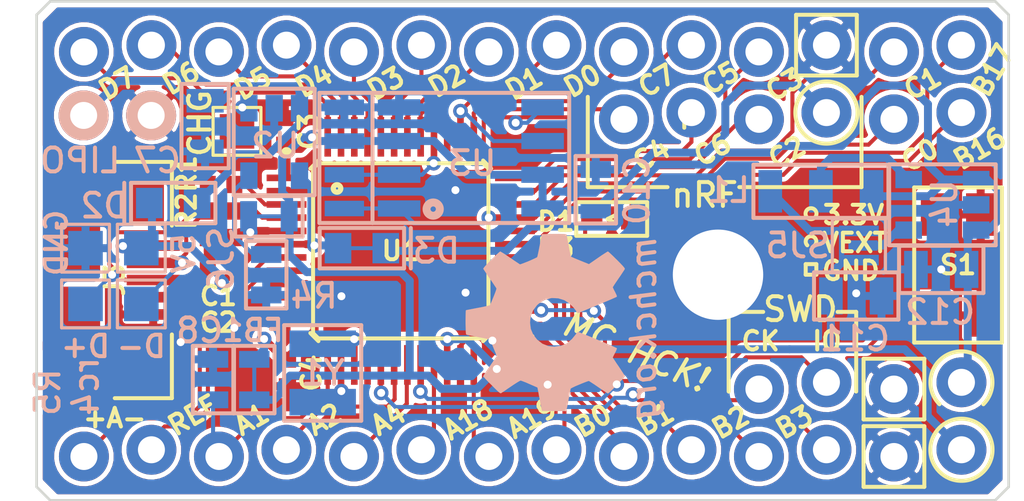
<source format=kicad_pcb>
(kicad_pcb (version 3) (host pcbnew "(2013-may-18)-stable")
  (title_block (title "MC HCK microcontroller board") (rev R5-rc3) (company "(c) 2011,2012,2013 Simon Schubert") (comment 1 "CERN OHL v.1.1 or later"))
  (layers (15 F.Cu signal) (0 B.Cu signal) (18 B.Paste user hide) (19 F.Paste user hide) (20 B.SilkS user) (21 F.SilkS user) (22 B.Mask user hide) (23 F.Mask user hide) (28 Edge.Cuts user))
  (net 0 "")
  (net 1 /MCU/+5V)
  (net 2 /MCU/PL1)
  (net 3 /MCU/PL10)
  (net 4 /MCU/PL11)
  (net 5 /MCU/PL12)
  (net 6 /MCU/PL2)
  (net 7 /MCU/PL3)
  (net 8 /MCU/PL4)
  (net 9 /MCU/PL5)
  (net 10 /MCU/PL6)
  (net 11 /MCU/PL7)
  (net 12 /MCU/PL8)
  (net 13 /MCU/PL9)
  (net 14 /MCU/PR1)
  (net 15 /MCU/PR2)
  (net 16 /MCU/PR3)
  (net 17 /MCU/PR5)
  (net 18 /MCU/PR6)
  (net 19 /MCU/PU1)
  (net 20 /MCU/PU10)
  (net 21 /MCU/PU11)
  (net 22 /MCU/PU13)
  (net 23 /MCU/PU14)
  (net 24 /MCU/PU2)
  (net 25 /MCU/PU3)
  (net 26 /MCU/PU4)
  (net 27 /MCU/PU5)
  (net 28 /MCU/PU6)
  (net 29 /MCU/PU7)
  (net 30 /MCU/PU8)
  (net 31 /MCU/PU9)
  (net 32 /MCU/SWD_CLK)
  (net 33 /MCU/SWD_DIO)
  (net 34 /MCU/USB_DM)
  (net 35 /MCU/USB_DP)
  (net 36 /MCU/VREGUSB)
  (net 37 /USB/USB_D+)
  (net 38 /USB/USB_D-)
  (net 39 /power/VLIPO)
  (net 40 /power/VRAW)
  (net 41 N-0000040)
  (net 42 N-0000041)
  (net 43 N-0000042)
  (net 44 N-0000043)
  (net 45 N-0000046)
  (net 46 N-0000047)
  (net 47 N-0000049)
  (net 48 N-0000050)
  (net 49 VDD)
  (net 50 VDDA)
  (net 51 VSS)
  (module SparkFun-1X06_LOCK (layer B.Cu) (at 60.96 45.72)
    (fp_text reference P1 hide)
    (fp_text value RIGHT_PINS hide)
    (pad 1 thru_hole circle (at 0 0.127) (size 1.8796 1.8796) (drill 1.016) (layers *.Cu *.Mask) (net 14 /MCU/PR1))
    (pad 2 thru_hole circle (at 2.54 -0.127) (size 1.8796 1.8796) (drill 1.016) (layers *.Cu *.Mask) (net 15 /MCU/PR2))
    (pad 3 thru_hole circle (at 5.08 0.127) (size 1.8796 1.8796) (drill 1.016) (layers *.Cu *.Mask) (net 16 /MCU/PR3))
    (pad 4 thru_hole circle (at 7.62 -0.127) (size 1.8796 1.8796) (drill 1.016) (layers *.Cu *.Mask) (net 49 VDD))
    (pad 5 thru_hole circle (at 10.16 0.127) (size 1.8796 1.8796) (drill 1.016) (layers *.Cu *.Mask) (net 17 /MCU/PR5))
    (pad 6 thru_hole circle (at 12.7 -0.127) (size 1.8796 1.8796) (drill 1.016) (layers *.Cu *.Mask) (net 18 /MCU/PR6))
  )
  (module SOD-523F (layer B.Cu) (at 44 49)
    (fp_text reference D2 (at -2.6 0.1) (layer B.SilkS) (effects (font (size 0.89916 0.89916) (thickness 0.14986)) (justify mirror)))
    (fp_text value CDBU0530 hide)
    (pad C smd rect (at -0.89916 0) (size 1.00076 1.143) (layers B.Cu B.Mask) (net 1 /MCU/+5V))
    (pad A smd rect (at 0.89916 0) (size 1.00076 1.143) (layers B.Cu B.Mask) (net 39 /power/VLIPO))
  )
  (module SM0805-3WAY (layer B.Cu) (at 68.3718 48.5582 180)
    (fp_text reference L1 (at 3.4748 0.0442 360) (layer B.SilkS) (effects (font (size 0.89916 0.89916) (thickness 0.14986)) (justify mirror)))
    (fp_text value INDUCTOR_SELECT hide)
    (pad 1 smd rect (at -1.905 0 180) (size 0.889 1.6002) (layers B.Cu B.Mask) (net 40 /power/VRAW))
    (pad 2 smd rect (at 0 0 180) (size 0.889 1.6002) (layers B.Cu B.Mask) (net 44 N-0000043))
    (pad 3 smd rect (at 1.905 0 180) (size 0.889 1.6002) (layers B.Cu B.Mask) (net 49 VDD))
  )
  (module SparkFun-1X04_LOCK (layer B.Cu) (at 66.04 55.88)
    (fp_text reference P2 hide)
    (fp_text value DEBUG hide)
    (pad 1 thru_hole circle (at 0 0.127) (size 1.8796 1.8796) (drill 1.016) (layers *.Cu *.Mask) (net 32 /MCU/SWD_CLK))
    (pad 2 thru_hole circle (at 2.54 -0.127) (size 1.8796 1.8796) (drill 1.016) (layers *.Cu *.Mask) (net 33 /MCU/SWD_DIO))
    (pad 3 thru_hole circle (at 5.08 0.127) (size 1.8796 1.8796) (drill 1.016) (layers *.Cu *.Mask) (net 51 VSS))
    (pad 4 thru_hole circle (at 7.62 -0.127) (size 1.8796 1.8796) (drill 1.016) (layers *.Cu *.Mask) (net 40 /power/VRAW))
  )
  (module SOT23-5 (layer B.Cu) (at 47.8 46.7)
    (fp_text reference U2 (at 0.04 0.1376 180) (layer B.SilkS) (effects (font (size 0.89916 0.89916) (thickness 0.14986)) (justify mirror)))
    (fp_text value MCP73831-SOT hide)
    (pad 1 smd rect (at -0.9525 -1.27) (size 0.65024 1.00076) (layers B.Cu B.Paste B.Mask) (net 41 N-0000040))
    (pad 3 smd rect (at 0.9525 -1.27) (size 0.65024 1.00076) (layers B.Cu B.Paste B.Mask) (net 39 /power/VLIPO))
    (pad 5 smd rect (at -0.9525 1.27) (size 0.65024 1.00076) (layers B.Cu B.Paste B.Mask) (net 42 N-0000041))
    (pad 2 smd rect (at 0 -1.27) (size 0.65024 1.00076) (layers B.Cu B.Paste B.Mask) (net 51 VSS))
    (pad 4 smd rect (at 0.9525 1.27) (size 0.65024 1.00076) (layers B.Cu B.Paste B.Mask) (net 1 /MCU/+5V))
  )
  (module SparkFun-CRYSTAL-32KHZ-SMD (layer B.Cu) (at 49.625 55.4 90)
    (fp_text reference Y1 (at 0 0 180) (layer B.SilkS) (effects (font (size 0.89916 0.89916) (thickness 0.14986)) (justify mirror)))
    (fp_text value CRYSTAL32-SMD hide)
    (pad X1 smd rect (at -1.09982 0 90) (size 0.99822 2.49936) (layers B.Cu B.Paste B.Mask) (net 45 N-0000046))
    (pad X2 smd rect (at 1.09982 0 90) (size 0.99822 2.49936) (layers B.Cu B.Paste B.Mask) (net 48 N-0000050))
  )
  (module mounthole_3mm (layer F.Cu) (at 64.5 51.7)
    (fp_text reference H1 hide)
    (fp_text value MOUNTHOLE hide)
    (pad 1 thru_hole circle (at 0 0) (size 3.4036 3.4036) (drill 3.40106) (layers *.Cu *.Mask) (net 51 VSS))
  )
  (module SparkFun-USB-MICROB (layer F.Cu) (at 40.3 51.9 270)
    (fp_text reference J3 (at 0 -1.5 270) (layer F.SilkS) (effects (font (size 0.7 0.7) (thickness 0.14986))))
    (fp_text value MICRO_USB hide)
    (pad 3 smd rect (at 0 -2.94894 270) (size 0.39878 1.99898) (layers F.Cu F.Paste F.Mask) (net 37 /USB/USB_D+))
    (pad 2 smd rect (at -0.6477 -2.94894 270) (size 0.39878 1.99898) (layers F.Cu F.Paste F.Mask) (net 38 /USB/USB_D-))
    (pad 5 smd rect (at 1.29794 -2.94894 270) (size 0.39878 1.99898) (layers F.Cu F.Paste F.Mask) (net 51 VSS))
    (pad "" smd rect (at -3.85064 0 270) (size 2.10058 1.89992) (layers F.Cu F.Paste F.Mask))
    (pad "" smd rect (at 3.85064 0 270) (size 2.10058 1.89992) (layers F.Cu F.Paste F.Mask))
    (pad 4 smd rect (at 0.6477 -2.94894 270) (size 0.39878 1.99898) (layers F.Cu F.Paste F.Mask))
    (pad 1 smd rect (at -1.29794 -2.94894 270) (size 0.39878 1.99898) (layers F.Cu F.Paste F.Mask) (net 1 /MCU/+5V))
    (pad "" smd rect (at -3.0988 -2.55016 270) (size 2.10058 1.6002) (layers F.Cu F.Paste F.Mask))
    (pad "" smd rect (at 3.0988 -2.55016 270) (size 2.10058 1.6002) (layers F.Cu F.Paste F.Mask))
    (pad "" smd rect (at -1.19888 0 270) (size 1.89992 1.89992) (layers F.Cu F.Paste F.Mask))
    (pad "" smd rect (at 1.19888 0 270) (size 1.89992 1.89992) (layers F.Cu F.Paste F.Mask))
  )
  (module SparkFun-1X14_LOCK (layer B.Cu) (at 40.64 43.18)
    (fp_text reference P3 hide)
    (fp_text value UPPER_PINS hide)
    (pad 1 thru_hole circle (at 0 0.127) (size 1.8796 1.8796) (drill 1.016) (layers *.Cu *.Mask) (net 19 /MCU/PU1))
    (pad 2 thru_hole circle (at 2.54 -0.127) (size 1.8796 1.8796) (drill 1.016) (layers *.Cu *.Mask) (net 24 /MCU/PU2))
    (pad 3 thru_hole circle (at 5.08 0.127) (size 1.8796 1.8796) (drill 1.016) (layers *.Cu *.Mask) (net 25 /MCU/PU3))
    (pad 4 thru_hole circle (at 7.62 -0.127) (size 1.8796 1.8796) (drill 1.016) (layers *.Cu *.Mask) (net 26 /MCU/PU4))
    (pad 5 thru_hole circle (at 10.16 0.127) (size 1.8796 1.8796) (drill 1.016) (layers *.Cu *.Mask) (net 27 /MCU/PU5))
    (pad 6 thru_hole circle (at 12.7 -0.127) (size 1.8796 1.8796) (drill 1.016) (layers *.Cu *.Mask) (net 28 /MCU/PU6))
    (pad 7 thru_hole circle (at 15.24 0.127) (size 1.8796 1.8796) (drill 1.016) (layers *.Cu *.Mask) (net 29 /MCU/PU7))
    (pad 8 thru_hole circle (at 17.78 -0.127) (size 1.8796 1.8796) (drill 1.016) (layers *.Cu *.Mask) (net 30 /MCU/PU8))
    (pad 9 thru_hole circle (at 20.32 0.127) (size 1.8796 1.8796) (drill 1.016) (layers *.Cu *.Mask) (net 31 /MCU/PU9))
    (pad 10 thru_hole circle (at 22.86 -0.127) (size 1.8796 1.8796) (drill 1.016) (layers *.Cu *.Mask) (net 20 /MCU/PU10))
    (pad 11 thru_hole circle (at 25.4 0.127) (size 1.8796 1.8796) (drill 1.016) (layers *.Cu *.Mask) (net 21 /MCU/PU11))
    (pad 12 thru_hole circle (at 27.94 -0.127) (size 1.8796 1.8796) (drill 1.016) (layers *.Cu *.Mask) (net 51 VSS))
    (pad 13 thru_hole circle (at 30.48 0.127) (size 1.8796 1.8796) (drill 1.016) (layers *.Cu *.Mask) (net 22 /MCU/PU13))
    (pad 14 thru_hole circle (at 33.02 -0.127) (size 1.8796 1.8796) (drill 1.016) (layers *.Cu *.Mask) (net 23 /MCU/PU14))
  )
  (module SparkFun-1X14_LOCK (layer B.Cu) (at 40.64 58.42)
    (fp_text reference P4 hide)
    (fp_text value LOWER_PINS hide)
    (pad 1 thru_hole circle (at 0 0.127) (size 1.8796 1.8796) (drill 1.016) (layers *.Cu *.Mask) (net 2 /MCU/PL1))
    (pad 2 thru_hole circle (at 2.54 -0.127) (size 1.8796 1.8796) (drill 1.016) (layers *.Cu *.Mask) (net 6 /MCU/PL2))
    (pad 3 thru_hole circle (at 5.08 0.127) (size 1.8796 1.8796) (drill 1.016) (layers *.Cu *.Mask) (net 7 /MCU/PL3))
    (pad 4 thru_hole circle (at 7.62 -0.127) (size 1.8796 1.8796) (drill 1.016) (layers *.Cu *.Mask) (net 8 /MCU/PL4))
    (pad 5 thru_hole circle (at 10.16 0.127) (size 1.8796 1.8796) (drill 1.016) (layers *.Cu *.Mask) (net 9 /MCU/PL5))
    (pad 6 thru_hole circle (at 12.7 -0.127) (size 1.8796 1.8796) (drill 1.016) (layers *.Cu *.Mask) (net 10 /MCU/PL6))
    (pad 7 thru_hole circle (at 15.24 0.127) (size 1.8796 1.8796) (drill 1.016) (layers *.Cu *.Mask) (net 11 /MCU/PL7))
    (pad 8 thru_hole circle (at 17.78 -0.127) (size 1.8796 1.8796) (drill 1.016) (layers *.Cu *.Mask) (net 12 /MCU/PL8))
    (pad 9 thru_hole circle (at 20.32 0.127) (size 1.8796 1.8796) (drill 1.016) (layers *.Cu *.Mask) (net 13 /MCU/PL9))
    (pad 10 thru_hole circle (at 22.86 -0.127) (size 1.8796 1.8796) (drill 1.016) (layers *.Cu *.Mask) (net 3 /MCU/PL10))
    (pad 11 thru_hole circle (at 25.4 0.127) (size 1.8796 1.8796) (drill 1.016) (layers *.Cu *.Mask) (net 4 /MCU/PL11))
    (pad 12 thru_hole circle (at 27.94 -0.127) (size 1.8796 1.8796) (drill 1.016) (layers *.Cu *.Mask) (net 5 /MCU/PL12))
    (pad 13 thru_hole circle (at 30.48 0.127) (size 1.8796 1.8796) (drill 1.016) (layers *.Cu *.Mask) (net 51 VSS))
    (pad 14 thru_hole circle (at 33.02 -0.127) (size 1.8796 1.8796) (drill 1.016) (layers *.Cu *.Mask) (net 49 VDD))
  )
  (module SparkFun-SO08 (layer B.Cu) (at 55.2 47.3 90)
    (fp_text reference U3 (at -0.2 0.05 360) (layer B.SilkS) (effects (font (size 0.89916 0.89916) (thickness 0.14986)) (justify mirror)))
    (fp_text value SPI_FLASH-X25XXSMD hide)
    (pad 1 smd rect (at -1.905 -2.70002 90) (size 0.6096 1.6002) (layers B.Cu B.Paste B.Mask) (net 17 /MCU/PR5))
    (pad 2 smd rect (at -0.635 -2.70002 90) (size 0.6096 1.6002) (layers B.Cu B.Paste B.Mask) (net 31 /MCU/PU9))
    (pad 3 smd rect (at 0.635 -2.70002 90) (size 0.6096 1.6002) (layers B.Cu B.Paste B.Mask) (net 49 VDD))
    (pad 4 smd rect (at 1.905 -2.70002 90) (size 0.6096 1.6002) (layers B.Cu B.Paste B.Mask) (net 51 VSS))
    (pad 5 smd rect (at 1.905 2.70002 90) (size 0.6096 1.6002) (layers B.Cu B.Paste B.Mask) (net 15 /MCU/PR2))
    (pad 6 smd rect (at 0.635 2.70002 90) (size 0.6096 1.6002) (layers B.Cu B.Paste B.Mask) (net 20 /MCU/PU10))
    (pad 7 smd rect (at -0.635 2.70002 90) (size 0.6096 1.6002) (layers B.Cu B.Paste B.Mask) (net 49 VDD))
    (pad 8 smd rect (at -1.905 2.70002 90) (size 0.6096 1.6002) (layers B.Cu B.Paste B.Mask) (net 49 VDD))
    (pad 1 smd rect (at -1.905 -4.75996 90) (size 0.5842 1.48082) (layers B.Cu B.Paste B.Mask) (net 17 /MCU/PR5))
    (pad 2 smd rect (at -0.635 -4.75996 90) (size 0.5842 1.48082) (layers B.Cu B.Paste B.Mask) (net 31 /MCU/PU9))
    (pad 3 smd rect (at 0.635 -4.75996 90) (size 0.5842 1.48082) (layers B.Cu B.Paste B.Mask) (net 49 VDD))
    (pad 4 smd rect (at 1.905 -4.75996 90) (size 0.5842 1.48082) (layers B.Cu B.Paste B.Mask) (net 51 VSS))
  )
  (module SM0603 (layer B.Cu) (at 47.5 51.7 270)
    (fp_text reference R4 (at 0.8 -1.8 360) (layer B.SilkS) (effects (font (size 0.89916 0.89916) (thickness 0.14986)) (justify mirror)))
    (fp_text value 20k hide)
    (pad 1 smd rect (at -0.762 0 270) (size 0.635 1.143) (layers B.Cu B.Paste B.Mask) (net 42 N-0000041))
    (pad 2 smd rect (at 0.762 0 270) (size 0.635 1.143) (layers B.Cu B.Paste B.Mask) (net 51 VSS))
  )
  (module LED-0603 (layer F.Cu) (at 60.5 49.6 180)
    (fp_text reference D1 (at 2.1 -0.1 180) (layer F.SilkS) (effects (font (size 0.7 0.7) (thickness 0.14986))))
    (fp_text value LED hide)
    (pad 1 smd rect (at -0.7493 0 180) (size 0.79756 0.79756) (layers F.Cu F.Paste F.Mask) (net 18 /MCU/PR6))
    (pad 2 smd rect (at 0.7493 0 180) (size 0.79756 0.79756) (layers F.Cu F.Paste F.Mask) (net 47 N-0000049))
  )
  (module LQFP48 (layer F.Cu) (at 52.562 50.8)
    (fp_text reference U1 (at 0 0) (layer F.SilkS) (effects (font (size 0.7 0.7) (thickness 0.14986))))
    (fp_text value MK20LF hide)
    (pad 1 smd rect (at -4.29768 -2.74828) (size 1.4986 0.24892) (layers F.Cu F.Paste F.Mask) (net 49 VDD))
    (pad 2 smd rect (at -4.29768 -2.2479) (size 1.4986 0.24892) (layers F.Cu F.Paste F.Mask) (net 51 VSS))
    (pad 3 smd rect (at -4.29768 -1.74752) (size 1.4986 0.24892) (layers F.Cu F.Paste F.Mask) (net 35 /MCU/USB_DP))
    (pad 4 smd rect (at -4.29768 -1.24968) (size 1.4986 0.24892) (layers F.Cu F.Paste F.Mask) (net 34 /MCU/USB_DM))
    (pad 5 smd rect (at -4.29768 -0.7493) (size 1.4986 0.24892) (layers F.Cu F.Paste F.Mask) (net 36 /MCU/VREGUSB))
    (pad 6 smd rect (at -4.29768 -0.24892) (size 1.4986 0.24892) (layers F.Cu F.Paste F.Mask) (net 1 /MCU/+5V))
    (pad 7 smd rect (at -4.29768 0.24892) (size 1.4986 0.24892) (layers F.Cu F.Paste F.Mask) (net 2 /MCU/PL1))
    (pad 8 smd rect (at -4.29768 0.7493) (size 1.4986 0.24892) (layers F.Cu F.Paste F.Mask) (net 6 /MCU/PL2))
    (pad 9 smd rect (at -4.29768 1.24968) (size 1.4986 0.24892) (layers F.Cu F.Paste F.Mask) (net 50 VDDA))
    (pad 10 smd rect (at -4.29768 1.74752) (size 1.4986 0.24892) (layers F.Cu F.Paste F.Mask) (net 50 VDDA))
    (pad 11 smd rect (at -4.29768 2.2479) (size 1.4986 0.24892) (layers F.Cu F.Paste F.Mask) (net 51 VSS))
    (pad 12 smd rect (at -4.29768 2.74828) (size 1.4986 0.24892) (layers F.Cu F.Paste F.Mask) (net 51 VSS))
    (pad 13 smd rect (at -2.74828 4.29768) (size 0.24892 1.4986) (layers F.Cu F.Paste F.Mask) (net 7 /MCU/PL3))
    (pad 14 smd rect (at -2.2479 4.29768) (size 0.24892 1.4986) (layers F.Cu F.Paste F.Mask) (net 45 N-0000046))
    (pad 15 smd rect (at -1.74752 4.29768) (size 0.24892 1.4986) (layers F.Cu F.Paste F.Mask) (net 48 N-0000050))
    (pad 16 smd rect (at -1.24968 4.29768) (size 0.24892 1.4986) (layers F.Cu F.Paste F.Mask) (net 49 VDD))
    (pad 17 smd rect (at -0.7493 4.29768) (size 0.24892 1.4986) (layers F.Cu F.Paste F.Mask) (net 32 /MCU/SWD_CLK))
    (pad 18 smd rect (at -0.24892 4.29768) (size 0.24892 1.4986) (layers F.Cu F.Paste F.Mask) (net 8 /MCU/PL4))
    (pad 19 smd rect (at 0.24892 4.29768) (size 0.24892 1.4986) (layers F.Cu F.Paste F.Mask) (net 9 /MCU/PL5))
    (pad 20 smd rect (at 0.7493 4.29768) (size 0.24892 1.4986) (layers F.Cu F.Paste F.Mask) (net 33 /MCU/SWD_DIO))
    (pad 21 smd rect (at 1.24968 4.29768) (size 0.24892 1.4986) (layers F.Cu F.Paste F.Mask) (net 10 /MCU/PL6))
    (pad 22 smd rect (at 1.74752 4.29768) (size 0.24892 1.4986) (layers F.Cu F.Paste F.Mask) (net 49 VDD))
    (pad 23 smd rect (at 2.2479 4.29768) (size 0.24892 1.4986) (layers F.Cu F.Paste F.Mask) (net 51 VSS))
    (pad 24 smd rect (at 2.74828 4.29768) (size 0.24892 1.4986) (layers F.Cu F.Paste F.Mask) (net 11 /MCU/PL7))
    (pad 25 smd rect (at 4.29768 2.74828) (size 1.4986 0.24892) (layers F.Cu F.Paste F.Mask) (net 12 /MCU/PL8))
    (pad 26 smd rect (at 4.29768 2.2479) (size 1.4986 0.24892) (layers F.Cu F.Paste F.Mask) (net 46 N-0000047))
    (pad 27 smd rect (at 4.29768 1.74752) (size 1.4986 0.24892) (layers F.Cu F.Paste F.Mask) (net 13 /MCU/PL9))
    (pad 28 smd rect (at 4.29768 1.24968) (size 1.4986 0.24892) (layers F.Cu F.Paste F.Mask) (net 3 /MCU/PL10))
    (pad 29 smd rect (at 4.29768 0.7493) (size 1.4986 0.24892) (layers F.Cu F.Paste F.Mask) (net 4 /MCU/PL11))
    (pad 30 smd rect (at 4.29768 0.24892) (size 1.4986 0.24892) (layers F.Cu F.Paste F.Mask) (net 5 /MCU/PL12))
    (pad 31 smd rect (at 4.29768 -0.24892) (size 1.4986 0.24892) (layers F.Cu F.Paste F.Mask) (net 18 /MCU/PR6))
    (pad 32 smd rect (at 4.29768 -0.7493) (size 1.4986 0.24892) (layers F.Cu F.Paste F.Mask) (net 23 /MCU/PU14))
    (pad 33 smd rect (at 4.29768 -1.24968) (size 1.4986 0.24892) (layers F.Cu F.Paste F.Mask) (net 17 /MCU/PR5))
    (pad 34 smd rect (at 4.29768 -1.74752) (size 1.4986 0.24892) (layers F.Cu F.Paste F.Mask) (net 22 /MCU/PU13))
    (pad 35 smd rect (at 4.29768 -2.2479) (size 1.4986 0.24892) (layers F.Cu F.Paste F.Mask) (net 16 /MCU/PR3))
    (pad 36 smd rect (at 4.29768 -2.74828) (size 1.4986 0.24892) (layers F.Cu F.Paste F.Mask) (net 21 /MCU/PU11))
    (pad 37 smd rect (at 2.74828 -4.29768) (size 0.24892 1.4986) (layers F.Cu F.Paste F.Mask) (net 14 /MCU/PR1))
    (pad 38 smd rect (at 2.2479 -4.29768) (size 0.24892 1.4986) (layers F.Cu F.Paste F.Mask) (net 20 /MCU/PU10))
    (pad 39 smd rect (at 1.74752 -4.29768) (size 0.24892 1.4986) (layers F.Cu F.Paste F.Mask) (net 15 /MCU/PR2))
    (pad 40 smd rect (at 1.24968 -4.29768) (size 0.24892 1.4986) (layers F.Cu F.Paste F.Mask) (net 31 /MCU/PU9))
    (pad 41 smd rect (at 0.7493 -4.29768) (size 0.24892 1.4986) (layers F.Cu F.Paste F.Mask) (net 30 /MCU/PU8))
    (pad 42 smd rect (at 0.24892 -4.29768) (size 0.24892 1.4986) (layers F.Cu F.Paste F.Mask) (net 29 /MCU/PU7))
    (pad 43 smd rect (at -0.24892 -4.29768) (size 0.24892 1.4986) (layers F.Cu F.Paste F.Mask) (net 28 /MCU/PU6))
    (pad 44 smd rect (at -0.7493 -4.29768) (size 0.24892 1.4986) (layers F.Cu F.Paste F.Mask) (net 27 /MCU/PU5))
    (pad 45 smd rect (at -1.24968 -4.29768) (size 0.24892 1.4986) (layers F.Cu F.Paste F.Mask) (net 26 /MCU/PU4))
    (pad 46 smd rect (at -1.74752 -4.29768) (size 0.24892 1.4986) (layers F.Cu F.Paste F.Mask) (net 25 /MCU/PU3))
    (pad 47 smd rect (at -2.2479 -4.29768) (size 0.24892 1.4986) (layers F.Cu F.Paste F.Mask) (net 24 /MCU/PU2))
    (pad 48 smd rect (at -2.74828 -4.29768) (size 0.24892 1.4986) (layers F.Cu F.Paste F.Mask) (net 19 /MCU/PU1))
  )
  (module SM0805 (layer B.Cu) (at 45.2 46.1 270)
    (fp_text reference C7 (at 1.3 1.8 360) (layer B.SilkS) (effects (font (size 0.89916 0.89916) (thickness 0.14986)) (justify mirror)))
    (fp_text value 4.7u hide)
    (pad 1 smd rect (at -0.9525 0 270) (size 0.889 1.397) (layers B.Cu B.Paste B.Mask) (net 39 /power/VLIPO))
    (pad 2 smd rect (at 0.9525 0 270) (size 0.889 1.397) (layers B.Cu B.Paste B.Mask) (net 51 VSS))
  )
  (module SM0603_Capa (layer B.Cu) (at 59.9 48.5 90)
    (fp_text reference C10 (at -0.014 1.552 90) (layer B.SilkS) (effects (font (size 0.89916 0.89916) (thickness 0.14986)) (justify mirror)))
    (fp_text value 100n hide)
    (pad 1 smd rect (at -0.762 0 90) (size 0.635 1.143) (layers B.Cu B.Paste B.Mask) (net 49 VDD))
    (pad 2 smd rect (at 0.762 0 90) (size 0.635 1.143) (layers B.Cu B.Paste B.Mask) (net 51 VSS))
  )
  (module SOD-523F-NC (layer B.Cu) (at 51.1 50.7 180)
    (fp_text reference D3 (at -2.8 -0.1 180) (layer B.SilkS) (effects (font (size 0.89916 0.89916) (thickness 0.14986)) (justify mirror)))
    (fp_text value CDBU0530 hide)
    (fp_line (start -0.6985 0) (end 0.6985 0) (layer B.Cu) (width 0.14986))
    (pad C smd rect (at -0.89916 0 180) (size 1.00076 1.143) (layers B.Cu B.Mask) (net 40 /power/VRAW))
    (pad A smd rect (at 0.89916 0 180) (size 1.00076 1.143) (layers B.Cu B.Mask) (net 1 /MCU/+5V))
  )
  (module SM0805 (layer B.Cu) (at 72.9 51.5 180)
    (fp_text reference C12 (at 0.0458 -1.6068 180) (layer B.SilkS) (effects (font (size 0.89916 0.89916) (thickness 0.14986)) (justify mirror)))
    (fp_text value 10u hide)
    (pad 1 smd rect (at -0.9525 0 180) (size 0.889 1.397) (layers B.Cu B.Paste B.Mask) (net 40 /power/VRAW))
    (pad 2 smd rect (at 0.9525 0 180) (size 0.889 1.397) (layers B.Cu B.Paste B.Mask) (net 51 VSS))
  )
  (module SM0805 (layer B.Cu) (at 69.7 52.5)
    (fp_text reference C11 (at -0.0458 1.6068 180) (layer B.SilkS) (effects (font (size 0.89916 0.89916) (thickness 0.14986)) (justify mirror)))
    (fp_text value 10u hide)
    (pad 1 smd rect (at -0.9525 0) (size 0.889 1.397) (layers B.Cu B.Paste B.Mask) (net 49 VDD))
    (pad 2 smd rect (at 0.9525 0) (size 0.889 1.397) (layers B.Cu B.Paste B.Mask) (net 51 VSS))
  )
  (module OHW-LOGO-6mm (layer B.Cu) (at 58 53.5 90)
    (fp_text reference G1 hide)
    (fp_text value "OHW LOGO" hide)
  )
  (module SM0603_NC (layer B.Cu) (at 47.05 55.65 90)
    (fp_text reference FB1 (at 1.85 -0.05 180) (layer B.SilkS) (effects (font (size 0.81 0.81) (thickness 0.1524)) (justify mirror)))
    (fp_text value FILTER hide)
    (fp_line (start 0.50038 0) (end -0.50038 0) (layer B.Cu) (width 0.14986))
    (pad 1 smd rect (at -0.762 0 90) (size 0.635 1.143) (layers B.Cu B.Mask) (net 49 VDD))
    (pad 2 smd rect (at 0.762 0 90) (size 0.635 1.143) (layers B.Cu B.Mask) (net 50 VDDA))
  )
  (module SOT23-5 (layer B.Cu) (at 72.9438 49.0662 270)
    (fp_text reference U4 (at -0.0442 -0.0812 450) (layer B.SilkS) (effects (font (size 0.89916 0.89916) (thickness 0.14986)) (justify mirror)))
    (fp_text value MULTIREG hide)
    (pad 1 smd rect (at -0.9525 -1.27 270) (size 0.65024 1.00076) (layers B.Cu B.Paste B.Mask) (net 40 /power/VRAW))
    (pad 3 smd rect (at 0.9525 -1.27 270) (size 0.65024 1.00076) (layers B.Cu B.Paste B.Mask) (net 40 /power/VRAW))
    (pad 5 smd rect (at -0.9525 1.27 270) (size 0.65024 1.00076) (layers B.Cu B.Paste B.Mask) (net 44 N-0000043))
    (pad 2 smd rect (at 0 -1.27 270) (size 0.65024 1.00076) (layers B.Cu B.Paste B.Mask) (net 51 VSS))
    (pad 4 smd rect (at 0.9525 1.27 270) (size 0.65024 1.00076) (layers B.Cu B.Paste B.Mask) (net 43 N-0000042))
  )
  (module TACT_4x3 (layer F.Cu) (at 73.533 51.3334 90)
    (fp_text reference S1 (at 0 0 180) (layer F.SilkS) (effects (font (size 0.7 0.7) (thickness 0.14986))))
    (fp_text value TAC_SWITCHSMD_EVQP2 hide)
    (pad 1 smd rect (at -1.9 -0.8509 90) (size 1.6 1.1) (layers F.Cu F.Paste F.Mask) (net 46 N-0000047))
    (pad 2 smd rect (at -1.9 0.85 90) (size 1.6 1.1) (layers F.Cu F.Paste F.Mask) (net 51 VSS))
    (pad 3 smd rect (at 1.9 -0.8509 90) (size 1.6 1.1) (layers F.Cu F.Paste F.Mask))
    (pad 4 smd rect (at 1.9 0.8509 90) (size 1.6 1.1) (layers F.Cu F.Paste F.Mask) (net 51 VSS))
  )
  (module SM0603_Capa (layer B.Cu) (at 45.5 55.65 90)
    (fp_text reference C8 (at 1.85 -0.5 180) (layer B.SilkS) (effects (font (size 0.9 0.9) (thickness 0.1524)) (justify mirror)))
    (fp_text value 100n hide)
    (pad 1 smd rect (at -0.762 0 90) (size 0.635 1.143) (layers B.Cu B.Paste B.Mask) (net 7 /MCU/PL3))
    (pad 2 smd rect (at 0.762 0 90) (size 0.635 1.143) (layers B.Cu B.Paste B.Mask) (net 51 VSS))
  )
  (module SM0603_NC (layer B.Cu) (at 47.6 49.5)
    (fp_text reference SJ6 (at -1.8 1.6 90) (layer B.SilkS) (effects (font (size 0.89916 0.89916) (thickness 0.14986)) (justify mirror)))
    (fp_text value SOLDERJUMPERNC hide)
    (fp_line (start 0.50038 0) (end -0.50038 0) (layer B.Cu) (width 0.14986))
    (pad 1 smd rect (at -0.762 0) (size 0.635 1.143) (layers B.Cu B.Mask) (net 36 /MCU/VREGUSB))
    (pad 2 smd rect (at 0.762 0) (size 0.635 1.143) (layers B.Cu B.Mask) (net 49 VDD))
  )
  (module SMD-1005 (layer F.Cu) (at 45.8 48.3 90)
    (fp_text reference R1 (at 0.4 -1.3 90) (layer F.SilkS) (effects (font (size 0.7 0.7))))
    (fp_text value 33 hide)
    (pad 1 smd rect (at 0 -0.5 90) (size 0.65 0.6) (layers F.Cu F.Paste F.Mask) (net 37 /USB/USB_D+))
    (pad 2 smd rect (at 0 0.5 90) (size 0.65 0.6) (layers F.Cu F.Paste F.Mask) (net 35 /MCU/USB_DP))
  )
  (module SMD-1005 (layer F.Cu) (at 45.8 49.3 90)
    (fp_text reference R2 (at 0 -1.3 90) (layer F.SilkS) (effects (font (size 0.7 0.7))))
    (fp_text value 33 hide)
    (pad 1 smd rect (at 0 -0.5 90) (size 0.65 0.6) (layers F.Cu F.Paste F.Mask) (net 38 /USB/USB_D-))
    (pad 2 smd rect (at 0 0.5 90) (size 0.65 0.6) (layers F.Cu F.Paste F.Mask) (net 34 /MCU/USB_DM))
  )
  (module SMD-1005 (layer F.Cu) (at 48.2 46.3 180)
    (fp_text reference C3 (at -0.9 0 270) (layer F.SilkS) (effects (font (size 0.7 0.7))))
    (fp_text value 100n hide)
    (pad 1 smd rect (at 0 -0.5 180) (size 0.65 0.6) (layers F.Cu F.Paste F.Mask) (net 49 VDD))
    (pad 2 smd rect (at 0 0.5 180) (size 0.65 0.6) (layers F.Cu F.Paste F.Mask) (net 51 VSS))
  )
  (module SMD-1005 (layer F.Cu) (at 45.8 50.3 270)
    (fp_text reference C1 (at 2.2 0.1 360) (layer F.SilkS) (effects (font (size 0.7 0.7))))
    (fp_text value 2.2u hide)
    (pad 1 smd rect (at 0 -0.5 270) (size 0.65 0.6) (layers F.Cu F.Paste F.Mask) (net 36 /MCU/VREGUSB))
    (pad 2 smd rect (at 0 0.5 270) (size 0.65 0.6) (layers F.Cu F.Paste F.Mask) (net 51 VSS))
  )
  (module SMD-1005 (layer F.Cu) (at 57 55.2 90)
    (fp_text reference C5 (at 0.8 0 180) (layer F.SilkS) (effects (font (size 0.7 0.7))))
    (fp_text value 100n hide)
    (pad 1 smd rect (at 0 -0.5 90) (size 0.65 0.6) (layers F.Cu F.Paste F.Mask) (net 49 VDD))
    (pad 2 smd rect (at 0 0.5 90) (size 0.65 0.6) (layers F.Cu F.Paste F.Mask) (net 51 VSS))
  )
  (module SMD-1005 (layer F.Cu) (at 48.3 55.4)
    (fp_text reference C4 (at 0.9 0 90) (layer F.SilkS) (effects (font (size 0.7 0.7))))
    (fp_text value 100n hide)
    (pad 1 smd rect (at 0 -0.5) (size 0.65 0.6) (layers F.Cu F.Paste F.Mask) (net 50 VDDA))
    (pad 2 smd rect (at 0 0.5) (size 0.65 0.6) (layers F.Cu F.Paste F.Mask) (net 51 VSS))
  )
  (module SMD-1005 (layer F.Cu) (at 60.1 51.7 90)
    (fp_text reference C6 (at 0 -1.7 180) (layer F.SilkS) (effects (font (size 0.7 0.7))))
    (fp_text value 100n hide)
    (pad 1 smd rect (at 0 -0.5 90) (size 0.65 0.6) (layers F.Cu F.Paste F.Mask) (net 46 N-0000047))
    (pad 2 smd rect (at 0 0.5 90) (size 0.65 0.6) (layers F.Cu F.Paste F.Mask) (net 51 VSS))
  )
  (module SMD-1005 (layer F.Cu) (at 60.1 50.7 90)
    (fp_text reference R3 (at 0 -1.7 180) (layer F.SilkS) (effects (font (size 0.7 0.7))))
    (fp_text value 1k hide)
    (pad 1 smd rect (at 0 -0.5 90) (size 0.65 0.6) (layers F.Cu F.Paste F.Mask) (net 47 N-0000049))
    (pad 2 smd rect (at 0 0.5 90) (size 0.65 0.6) (layers F.Cu F.Paste F.Mask) (net 51 VSS))
  )
  (module SMD-1005 (layer F.Cu) (at 45.8 51.3 270)
    (fp_text reference C2 (at 2.2 0.1 360) (layer F.SilkS) (effects (font (size 0.7 0.7))))
    (fp_text value 2.2u hide)
    (pad 1 smd rect (at 0 -0.5 270) (size 0.65 0.6) (layers F.Cu F.Paste F.Mask) (net 1 /MCU/+5V))
    (pad 2 smd rect (at 0 0.5 270) (size 0.65 0.6) (layers F.Cu F.Paste F.Mask) (net 51 VSS))
  )
  (module solder-jumper (layer B.Cu) (at 69.8 50.6)
    (fp_text reference SJ5 (at -2.3 0) (layer B.SilkS) (effects (font (size 0.9 0.9) (thickness 0.14986)) (justify mirror)))
    (fp_text value SOLDERJUMPERNO hide)
    (pad 1 smd rect (at 0.1 0.55) (size 1.3 0.4) (layers B.Cu B.Mask) (net 49 VDD))
    (pad 1 smd rect (at 0.1 -0.55) (size 1.3 0.4) (layers B.Cu B.Mask) (net 49 VDD))
    (pad 2 smd rect (at 0.155 0) (size 1.095 0.39) (layers B.Cu B.Mask) (net 43 N-0000042))
    (pad 1 smd rect (at -0.65 0) (size 0.2 1.5) (layers B.Cu B.Mask) (net 49 VDD))
  )
  (module solderpad (layer B.Cu) (at 42.8 50.7)
    (fp_text reference P9 hide)
    (fp_text value 5V (at 1.6 0.2 90) (layer B.SilkS) (effects (font (size 0.81 0.81) (thickness 0.14986)) (justify mirror)))
    (pad 1 smd rect (at 0 0) (size 1.3 1.3) (layers B.Cu B.Paste B.Mask) (net 1 /MCU/+5V))
  )
  (module solderpad (layer B.Cu) (at 40.7 50.7)
    (fp_text reference P10 hide)
    (fp_text value GND (at -1.1 -0.2 90) (layer B.SilkS) (effects (font (size 0.81 0.81) (thickness 0.14986)) (justify mirror)))
    (pad 1 smd rect (at 0 0) (size 1.3 1.3) (layers B.Cu B.Paste B.Mask) (net 51 VSS))
  )
  (module solderpad (layer B.Cu) (at 42.8 52.8)
    (fp_text reference P11 hide)
    (fp_text value D- (at 0 1.6) (layer B.SilkS) (effects (font (size 0.81 0.81) (thickness 0.14986)) (justify mirror)))
    (pad 1 smd rect (at 0 0) (size 1.3 1.3) (layers B.Cu B.Paste B.Mask) (net 38 /USB/USB_D-))
  )
  (module solderpad (layer B.Cu) (at 40.7 52.8)
    (fp_text reference P12 hide)
    (fp_text value D+ (at 0 1.6) (layer B.SilkS) (effects (font (size 0.81 0.81) (thickness 0.14986)) (justify mirror)))
    (pad 1 smd rect (at 0 0) (size 1.3 1.3) (layers B.Cu B.Paste B.Mask) (net 37 /USB/USB_D+))
  )
  (module solderpad (layer F.Cu) (at 46.4 46.3 90)
    (fp_text reference P5 hide)
    (fp_text value CHG (at 0.3 -1.4 90) (layer F.SilkS) (effects (font (size 0.81 0.81) (thickness 0.14986))))
    (pad 1 smd rect (at 0 0 90) (size 1.3 1.3) (layers F.Cu F.Paste F.Mask) (net 41 N-0000040))
  )
  (module SIL100-2 (layer B.Cu) (at 41.9 45.7)
    (fp_text reference P7 hide)
    (fp_text value LIPO (at -1.4 1.7) (layer B.SilkS) (effects (font (size 0.89916 0.89916) (thickness 0.14986)) (justify mirror)))
    (pad 1 thru_hole circle (at -1.27 0) (size 1.8796 1.8796) (drill 1.016) (layers *.Cu *.Mask B.SilkS) (net 39 /power/VLIPO))
    (pad 2 thru_hole circle (at 1.27 0) (size 1.8796 1.8796) (drill 1.016) (layers *.Cu *.Mask B.SilkS) (net 51 VSS))
  )
  (gr_text GND (at 69.5 51.55) (layer F.SilkS) (effects (font (size 0.7 0.7) (thickness 0.14986))))
  (gr_line (start 67.8 51.7) (end 67.8 51.3) (angle 90) (layer F.SilkS) (width 0.14986))
  (gr_line (start 68.2 51.7) (end 67.8 51.7) (angle 90) (layer F.SilkS) (width 0.14986))
  (gr_line (start 68.2 51.3) (end 68.2 51.7) (angle 90) (layer F.SilkS) (width 0.14986))
  (gr_line (start 67.8 51.3) (end 68.2 51.3) (angle 90) (layer F.SilkS) (width 0.14986))
  (gr_text VEXT (at 69.65 50.5) (layer F.SilkS) (effects (font (size 0.7 0.7) (thickness 0.14986))))
  (gr_arc (start 68 50.45) (end 67.859 50.591) (angle 270) (layer F.SilkS) (width 0.14986))
  (gr_text 3.3V (at 69.6 49.45) (layer F.SilkS) (effects (font (size 0.7 0.7) (thickness 0.14986))))
  (gr_circle (center 68 49.4) (end 68.05 49.6) (layer F.SilkS) (width 0.14986))
  (gr_line (start 64.9 53.1) (end 64.9 56.1) (angle 90) (layer F.SilkS) (width 0.14986))
  (gr_line (start 66.2 53.1) (end 64.9 53.1) (angle 90) (layer F.SilkS) (width 0.14986))
  (gr_line (start 69.7 53.1) (end 69.7 56.1) (angle 90) (layer F.SilkS) (width 0.14986))
  (gr_line (start 69 53.1) (end 69.7 53.1) (angle 90) (layer F.SilkS) (width 0.14986))
  (gr_text B2 (at 64.3 57.65 30) (layer F.SilkS) (effects (font (size 0.7 0.7) (thickness 0.14986)) (justify left)))
  (gr_line (start 69.9 48.4) (end 69.9 45) (angle 90) (layer F.SilkS) (width 0.14986))
  (gr_line (start 65.3 48.4) (end 69.9 48.4) (angle 90) (layer F.SilkS) (width 0.14986))
  (gr_line (start 62.6 48.4) (end 59.6 48.4) (angle 90) (layer F.SilkS) (width 0.14986))
  (gr_text nRF (at 64 48.7) (layer F.SilkS) (effects (font (size 0.89916 0.89916) (thickness 0.14986))))
  (gr_line (start 59.6 45) (end 59.6 48.4) (angle 90) (layer F.SilkS) (width 0.14986))
  (gr_line (start 38.862 41.91) (end 38.862 59.69) (angle 90) (layer Edge.Cuts) (width 0.1))
  (gr_line (start 63.23 46.1645) (end 63.23 45.72) (angle 90) (layer F.SilkS) (width 0.14986))
  (gr_line (start 72.263 54.864) (end 72.263 57.15) (angle 90) (layer F.SilkS) (width 0.14986))
  (gr_line (start 72.263 57.15) (end 69.977 57.15) (angle 90) (layer F.SilkS) (width 0.14986))
  (gr_line (start 69.977 57.15) (end 69.977 54.864) (angle 90) (layer F.SilkS) (width 0.14986))
  (gr_line (start 69.977 54.864) (end 72.263 54.864) (angle 90) (layer F.SilkS) (width 0.14986))
  (gr_text SWD (at 67.6 53) (layer F.SilkS) (effects (font (size 0.89916 0.89916) (thickness 0.14986))))
  (gr_line (start 74.93 60.198) (end 39.37 60.198) (angle 90) (layer Edge.Cuts) (width 0.09906))
  (gr_line (start 75.438 41.91) (end 75.438 59.69) (angle 90) (layer Edge.Cuts) (width 0.09906))
  (gr_line (start 39.37 41.402) (end 74.93 41.402) (angle 90) (layer Edge.Cuts) (width 0.09906))
  (gr_line (start 39.37 60.198) (end 38.862 59.69) (angle 90) (layer Edge.Cuts) (width 0.0996))
  (gr_line (start 75.438 59.69) (end 74.93 60.198) (angle 90) (layer Edge.Cuts) (width 0.0996))
  (gr_line (start 74.93 41.402) (end 75.438 41.91) (angle 90) (layer Edge.Cuts) (width 0.0996))
  (gr_line (start 38.862 41.91) (end 39.37 41.402) (angle 90) (layer Edge.Cuts) (width 0.0996))
  (gr_text +A- (at 41.8 57.1) (layer F.SilkS) (effects (font (size 0.7 0.7) (thickness 0.14986))))
  (gr_text C1 (at 72.2 44.5 30) (layer F.SilkS) (effects (font (size 0.7 0.7) (thickness 0.14986))))
  (gr_text B17 (at 74.85 44 60) (layer F.SilkS) (effects (font (size 0.7 0.7) (thickness 0.14986))))
  (gr_circle (center 68.58 45.593) (end 69.469 46.355) (layer F.SilkS) (width 0.14986))
  (gr_text C2 (at 67.1 47.1 30) (layer F.SilkS) (effects (font (size 0.7 0.7) (thickness 0.14986))))
  (gr_text C3 (at 67 44.55 30) (layer F.SilkS) (effects (font (size 0.7 0.7) (thickness 0.14986))))
  (gr_text A2 (at 49.7 57.15 30) (layer F.SilkS) (effects (font (size 0.7 0.7) (thickness 0.14986))))
  (gr_text IO (at 68.6 54.2) (layer F.SilkS) (effects (font (size 0.7 0.7) (thickness 0.14986))))
  (gr_text CK (at 66.1 54.2) (layer F.SilkS) (effects (font (size 0.7 0.7) (thickness 0.14986))))
  (gr_text C0 (at 72.1 47.2 30) (layer F.SilkS) (effects (font (size 0.7 0.7) (thickness 0.14986))))
  (gr_text B16 (at 74.35 46.95 30) (layer F.SilkS) (effects (font (size 0.7 0.7) (thickness 0.14986))))
  (gr_text B3 (at 66.7 57.65 30) (layer F.SilkS) (effects (font (size 0.7 0.7) (thickness 0.14986)) (justify left)))
  (gr_text B1 (at 62.15 57.15 30) (layer F.SilkS) (effects (font (size 0.7 0.7) (thickness 0.14986))))
  (gr_text B0 (at 59.8 57.2 30) (layer F.SilkS) (effects (font (size 0.7 0.7) (thickness 0.14986))))
  (gr_text A19 (at 57.5 57.1 30) (layer F.SilkS) (effects (font (size 0.7 0.7) (thickness 0.14986))))
  (gr_text A18 (at 55.1 57.15 30) (layer F.SilkS) (effects (font (size 0.7 0.7) (thickness 0.14986))))
  (gr_text A4 (at 52.1 57.15 30) (layer F.SilkS) (effects (font (size 0.7 0.7) (thickness 0.14986))))
  (gr_text A1 (at 46.95 57.15 30) (layer F.SilkS) (effects (font (size 0.7 0.7) (thickness 0.14986))))
  (gr_text REF (at 44.75 57 30) (layer F.SilkS) (effects (font (size 0.7 0.7) (thickness 0.14986))))
  (gr_text C4 (at 62 47.2 30) (layer F.SilkS) (effects (font (size 0.7 0.7) (thickness 0.14986))))
  (gr_text C5 (at 64.6 44.3 30) (layer F.SilkS) (effects (font (size 0.7 0.7) (thickness 0.14986))))
  (gr_text C6 (at 64.3 47 30) (layer F.SilkS) (effects (font (size 0.7 0.7) (thickness 0.14986))))
  (gr_text C7 (at 62.2 44.4 30) (layer F.SilkS) (effects (font (size 0.7 0.7) (thickness 0.14986))))
  (gr_text D0 (at 59.4 44.4 30) (layer F.SilkS) (effects (font (size 0.7 0.7) (thickness 0.14986))))
  (gr_text D1 (at 57.2 44.5 30) (layer F.SilkS) (effects (font (size 0.7 0.7) (thickness 0.14986))))
  (gr_text D2 (at 54.3 44.4 30) (layer F.SilkS) (effects (font (size 0.7 0.7) (thickness 0.14986))))
  (gr_text D3 (at 52 44.5 30) (layer F.SilkS) (effects (font (size 0.7 0.7) (thickness 0.14986))))
  (gr_text D4 (at 49.3 44.4 30) (layer F.SilkS) (effects (font (size 0.7 0.7) (thickness 0.14986))))
  (gr_text D5 (at 47 44.5 30) (layer F.SilkS) (effects (font (size 0.7 0.7) (thickness 0.14986))))
  (gr_text D6 (at 44.3 44.3 30) (layer F.SilkS) (effects (font (size 0.7 0.7) (thickness 0.14986))))
  (gr_text D7 (at 41.9 44.5 30) (layer F.SilkS) (effects (font (size 0.7 0.7) (thickness 0.14986))))
  (gr_circle (center 73.66 58.293) (end 74.549 59.055) (layer F.SilkS) (width 0.14986))
  (gr_line (start 69.977 57.404) (end 72.263 57.404) (angle 90) (layer F.SilkS) (width 0.14986))
  (gr_line (start 69.977 59.69) (end 69.977 57.404) (angle 90) (layer F.SilkS) (width 0.14986))
  (gr_line (start 72.263 59.69) (end 69.977 59.69) (angle 90) (layer F.SilkS) (width 0.14986))
  (gr_line (start 72.263 57.404) (end 72.263 59.69) (angle 90) (layer F.SilkS) (width 0.14986))
  (gr_line (start 69.723 44.196) (end 69.723 41.91) (angle 90) (layer F.SilkS) (width 0.14986))
  (gr_line (start 67.437 44.196) (end 69.723 44.196) (angle 90) (layer F.SilkS) (width 0.14986))
  (gr_line (start 67.437 41.91) (end 67.437 44.196) (angle 90) (layer F.SilkS) (width 0.14986))
  (gr_line (start 69.723 41.91) (end 67.437 41.91) (angle 90) (layer F.SilkS) (width 0.14986))
  (gr_arc (start 73.66 55.753) (end 72.8345 56.5785) (angle 270) (layer F.SilkS) (width 0.14986))
  (gr_text "R5\nrc4" (at 40 57.1 90) (layer B.SilkS) (effects (font (size 0.89916 0.89916) (thickness 0.14986)) (justify right mirror)))
  (gr_text "MC HCK!" (at 61.4 54.6 337) (layer F.SilkS) (effects (font (size 0.89916 0.89916) (thickness 0.14986) italic)))
  (gr_text mchck.org (at 61.7 53.7 90) (layer B.SilkS) (effects (font (size 0.89916 0.89916) (thickness 0.14986) italic) (justify mirror)))
  (segment (start 43.2 50.62) (end 43.2 49.09916) (width 0.29972) (layer B.Cu) (net 1))
  (segment (start 43.2 49.09916) (end 43.10084 49) (width 0.29972) (layer B.Cu) (net 1))
  (segment (start 42.2 50.62) (end 43.2 50.62) (width 0.29972) (layer B.Cu) (net 1))
  (segment (start 43.2 50.62) (end 43.12 50.62) (width 0.29972) (layer B.Cu) (net 1))
  (segment (start 44.62 50.62) (end 45.83 51.83) (width 0.29972) (layer B.Cu) (net 1))
  (segment (start 45.83 51.83) (end 45.83 52.01) (width 0.29972) (layer B.Cu) (net 1))
  (segment (start 46.3 51.54) (end 46.3 51.3) (width 0.29972) (layer F.Cu) (net 1))
  (segment (start 45.83 52.01) (end 46.3 51.54) (width 0.29972) (layer F.Cu) (net 1))
  (via (at 45.83 52.01) (size 0.55118) (layers F.Cu B.Cu) (net 1))
  (segment (start 49.2 50.486) (end 49.2 48.4175) (width 0.29972) (layer B.Cu) (net 1))
  (segment (start 49.2 48.4175) (end 48.7525 47.97) (width 0.29972) (layer B.Cu) (net 1))
  (segment (start 47.32892 50.55108) (end 46.58 51.3) (width 0.29972) (layer F.Cu) (net 1))
  (segment (start 46.58 51.3) (end 46.3 51.3) (width 0.29972) (layer F.Cu) (net 1))
  (segment (start 47.54892 50.55108) (end 47.32892 50.55108) (width 0.29972) (layer F.Cu) (net 1))
  (segment (start 48.26432 50.55108) (end 47.54892 50.55108) (width 0.1524) (layer F.Cu) (net 1))
  (segment (start 44.62 50.62) (end 42.2 50.62) (width 0.29972) (layer B.Cu) (net 1))
  (segment (start 42.2 50.62) (end 42.11 50.62) (width 0.29972) (layer B.Cu) (net 1))
  (segment (start 49.2 50.486) (end 49.3108 50.5968) (width 0.29972) (layer B.Cu) (net 1))
  (segment (start 42.12794 50.60206) (end 43.24894 50.60206) (width 0.1524) (layer F.Cu) (net 1))
  (segment (start 42.11 50.62) (end 42.12794 50.60206) (width 0.1524) (layer F.Cu) (net 1))
  (via (at 42.11 50.62) (size 0.55118) (layers F.Cu B.Cu) (net 1))
  (segment (start 49.00092 50.55108) (end 49.26508 50.55108) (width 0.29972) (layer F.Cu) (net 1))
  (segment (start 49.26508 50.55108) (end 49.3108 50.5968) (width 0.29972) (layer F.Cu) (net 1))
  (via (at 49.3108 50.5968) (size 0.55118) (layers F.Cu B.Cu) (net 1))
  (segment (start 49.93564 50.5968) (end 50.13884 50.8) (width 0.29972) (layer B.Cu) (net 1))
  (segment (start 49.3108 50.5968) (end 49.93564 50.5968) (width 0.29972) (layer B.Cu) (net 1))
  (segment (start 47.55108 51.04892) (end 45 53.6) (width 0.1524) (layer F.Cu) (net 2))
  (segment (start 45 56.65) (end 44.54 57.11) (width 0.1524) (layer F.Cu) (net 2))
  (segment (start 45 53.6) (end 45 56.65) (width 0.1524) (layer F.Cu) (net 2))
  (segment (start 48.26432 51.04892) (end 47.55108 51.04892) (width 0.1524) (layer F.Cu) (net 2))
  (segment (start 40.64 58.547) (end 42.077 57.11) (width 0.1524) (layer F.Cu) (net 2))
  (segment (start 42.077 57.11) (end 44.54 57.11) (width 0.1524) (layer F.Cu) (net 2))
  (segment (start 60.614548 57.3405) (end 62.5475 57.3405) (width 0.1524) (layer F.Cu) (net 3))
  (segment (start 62.5475 57.3405) (end 63.5 58.293) (width 0.1524) (layer F.Cu) (net 3))
  (segment (start 59.331104 54.166992) (end 59.331104 56.057056) (width 0.1524) (layer F.Cu) (net 3))
  (segment (start 59.331104 56.057056) (end 60.614548 57.3405) (width 0.1524) (layer F.Cu) (net 3))
  (segment (start 58.052736 52.04968) (end 58.708802 52.705746) (width 0.1524) (layer F.Cu) (net 3))
  (segment (start 58.708802 52.705746) (end 58.708802 53.54469) (width 0.1524) (layer F.Cu) (net 3))
  (segment (start 58.708802 53.54469) (end 59.331104 54.166992) (width 0.1524) (layer F.Cu) (net 3))
  (segment (start 58.052736 52.04968) (end 56.85968 52.04968) (width 0.1524) (layer F.Cu) (net 3))
  (segment (start 60.740802 57.035698) (end 64.528698 57.035698) (width 0.1524) (layer F.Cu) (net 4))
  (segment (start 66.04 58.547) (end 64.528698 57.035698) (width 0.1524) (layer F.Cu) (net 4))
  (segment (start 59.635906 55.930802) (end 60.740802 57.035698) (width 0.1524) (layer F.Cu) (net 4))
  (segment (start 57.983412 51.5493) (end 59.013604 52.579492) (width 0.1524) (layer F.Cu) (net 4))
  (segment (start 59.013604 52.579492) (end 59.013604 53.418436) (width 0.1524) (layer F.Cu) (net 4))
  (segment (start 59.013604 53.418436) (end 59.635906 54.040738) (width 0.1524) (layer F.Cu) (net 4))
  (segment (start 59.635906 54.040738) (end 59.635906 55.930802) (width 0.1524) (layer F.Cu) (net 4))
  (segment (start 57.983412 51.5493) (end 56.85968 51.5493) (width 0.1524) (layer F.Cu) (net 4))
  (segment (start 60.867056 56.730896) (end 64.654952 56.730896) (width 0.1524) (layer F.Cu) (net 5))
  (segment (start 59.940708 53.914484) (end 59.940708 55.804548) (width 0.1524) (layer F.Cu) (net 5))
  (segment (start 59.940708 55.804548) (end 60.867056 56.730896) (width 0.1524) (layer F.Cu) (net 5))
  (segment (start 56.85968 51.04892) (end 57.914088 51.04892) (width 0.1524) (layer F.Cu) (net 5))
  (segment (start 67.564 57.277) (end 68.58 58.293) (width 0.1524) (layer F.Cu) (net 5))
  (segment (start 65.201056 57.277) (end 67.564 57.277) (width 0.1524) (layer F.Cu) (net 5))
  (segment (start 64.654952 56.730896) (end 65.201056 57.277) (width 0.1524) (layer F.Cu) (net 5))
  (segment (start 59.318406 53.292182) (end 59.940708 53.914484) (width 0.1524) (layer F.Cu) (net 5))
  (segment (start 59.318406 52.453238) (end 59.318406 53.292182) (width 0.1524) (layer F.Cu) (net 5))
  (segment (start 57.914088 51.04892) (end 59.318406 52.453238) (width 0.1524) (layer F.Cu) (net 5))
  (segment (start 44.666254 57.414802) (end 45.304802 56.776254) (width 0.1524) (layer F.Cu) (net 6))
  (segment (start 45.304802 53.726254) (end 47.481756 51.5493) (width 0.1524) (layer F.Cu) (net 6))
  (segment (start 45.304802 56.776254) (end 45.304802 53.726254) (width 0.1524) (layer F.Cu) (net 6))
  (segment (start 48.26432 51.5493) (end 47.481756 51.5493) (width 0.1524) (layer F.Cu) (net 6))
  (segment (start 43.18 58.293) (end 43.18 57.914802) (width 0.1524) (layer F.Cu) (net 6))
  (segment (start 43.68 57.414802) (end 44.666254 57.414802) (width 0.1524) (layer F.Cu) (net 6))
  (segment (start 43.18 57.914802) (end 43.68 57.414802) (width 0.1524) (layer F.Cu) (net 6))
  (segment (start 45.5 56.412) (end 45.5 58.327) (width 0.1524) (layer B.Cu) (net 7))
  (segment (start 45.5 58.327) (end 45.72 58.547) (width 0.1524) (layer B.Cu) (net 7))
  (segment (start 49.81372 55.09768) (end 49.81372 56.08628) (width 0.1524) (layer F.Cu) (net 7))
  (segment (start 48.8008 57.0992) (end 48.8 57.0992) (width 0.1524) (layer F.Cu) (net 7))
  (segment (start 49.81372 56.08628) (end 48.8008 57.0992) (width 0.1524) (layer F.Cu) (net 7))
  (segment (start 45.72 58.547) (end 47.167 57.1) (width 0.1524) (layer F.Cu) (net 7))
  (segment (start 47.167 57.1) (end 48.8 57.1) (width 0.1524) (layer F.Cu) (net 7))
  (segment (start 48.8 57.1) (end 48.8 57.0992) (width 0.1524) (layer F.Cu) (net 7))
  (segment (start 48.26 58.293) (end 48.26 58.071056) (width 0.1524) (layer F.Cu) (net 8))
  (segment (start 49.663656 56.6674) (end 52.054 56.6674) (width 0.1524) (layer F.Cu) (net 8))
  (segment (start 48.26 58.071056) (end 49.663656 56.6674) (width 0.1524) (layer F.Cu) (net 8))
  (segment (start 52.31308 55.09768) (end 52.3334 55.118) (width 0.1524) (layer F.Cu) (net 8))
  (segment (start 52.3334 56.388) (end 52.054 56.6674) (width 0.1524) (layer F.Cu) (net 8))
  (segment (start 52.3334 55.118) (end 52.3334 56.388) (width 0.1524) (layer F.Cu) (net 8))
  (segment (start 50.8 58.547) (end 52.79 56.557) (width 0.1524) (layer F.Cu) (net 9))
  (segment (start 52.79 55.1186) (end 52.81092 55.09768) (width 0.1524) (layer F.Cu) (net 9))
  (segment (start 52.79 56.557) (end 52.79 55.1186) (width 0.1524) (layer F.Cu) (net 9))
  (segment (start 52.81092 55.09768) (end 52.7906 55.118) (width 0.1524) (layer F.Cu) (net 9))
  (segment (start 53.81168 55.09768) (end 53.81168 57.82132) (width 0.1524) (layer F.Cu) (net 10))
  (segment (start 53.81168 57.82132) (end 53.34 58.293) (width 0.1524) (layer F.Cu) (net 10))
  (segment (start 53.81168 55.09768) (end 53.81168 57.76468) (width 0.1524) (layer F.Cu) (net 10))
  (segment (start 55.31028 55.09768) (end 55.31028 57.97728) (width 0.1524) (layer F.Cu) (net 11))
  (segment (start 55.31028 57.97728) (end 55.88 58.547) (width 0.1524) (layer F.Cu) (net 11))
  (segment (start 58.7215 54.4195) (end 58.7215 57.9915) (width 0.1524) (layer F.Cu) (net 12))
  (segment (start 58.7215 57.9915) (end 58.42 58.293) (width 0.1524) (layer F.Cu) (net 12))
  (segment (start 56.85968 53.54828) (end 57.85028 53.54828) (width 0.1524) (layer F.Cu) (net 12))
  (segment (start 57.85028 53.54828) (end 58.7215 54.4195) (width 0.1524) (layer F.Cu) (net 12))
  (segment (start 59.026302 56.18331) (end 60.96 58.117008) (width 0.1524) (layer F.Cu) (net 13))
  (segment (start 60.96 58.117008) (end 60.96 58.547) (width 0.1524) (layer F.Cu) (net 13))
  (segment (start 59.026302 54.293246) (end 59.026302 56.18331) (width 0.1524) (layer F.Cu) (net 13))
  (segment (start 56.8927 52.5145) (end 58.0865 52.5145) (width 0.1524) (layer F.Cu) (net 13))
  (segment (start 58.0865 52.5145) (end 58.404 52.832) (width 0.1524) (layer F.Cu) (net 13))
  (segment (start 58.404 52.832) (end 58.404 53.670944) (width 0.1524) (layer F.Cu) (net 13))
  (segment (start 58.404 53.670944) (end 59.026302 54.293246) (width 0.1524) (layer F.Cu) (net 13))
  (segment (start 56.8927 52.5145) (end 56.85968 52.54752) (width 0.1524) (layer F.Cu) (net 13))
  (segment (start 55.4576 45.466008) (end 60.579008 45.466008) (width 0.1524) (layer F.Cu) (net 14))
  (segment (start 60.579008 45.466008) (end 60.96 45.847) (width 0.1524) (layer F.Cu) (net 14))
  (segment (start 55.31028 45.613328) (end 55.4576 45.466008) (width 0.1524) (layer F.Cu) (net 14))
  (segment (start 55.31028 46.50232) (end 55.31028 45.613328) (width 0.1524) (layer F.Cu) (net 14))
  (segment (start 60.4408 47.0408) (end 63.1592 47.0408) (width 0.1524) (layer F.Cu) (net 15))
  (segment (start 63.5 46.7) (end 63.5 45.593) (width 0.1524) (layer F.Cu) (net 15))
  (segment (start 63.1592 47.0408) (end 63.5 46.7) (width 0.1524) (layer F.Cu) (net 15))
  (segment (start 59.17081 45.77081) (end 56.3 45.77081) (width 0.1524) (layer F.Cu) (net 15))
  (segment (start 60.4408 47.0408) (end 59.17081 45.77081) (width 0.1524) (layer F.Cu) (net 15))
  (segment (start 56.88508 45.97654) (end 56.88508 45.77081) (width 0.1524) (layer F.Cu) (net 15))
  (via (at 56.88508 45.97654) (size 0.55118) (layers F.Cu B.Cu) (net 15))
  (segment (start 55.8132 45.77081) (end 56.3 45.77081) (width 0.1524) (layer F.Cu) (net 15))
  (segment (start 56.3 45.77081) (end 56.88508 45.77081) (width 0.1524) (layer F.Cu) (net 15))
  (segment (start 55.6862 45.89781) (end 55.8132 45.77081) (width 0.1524) (layer F.Cu) (net 15))
  (segment (start 55.6862 47.3456) (end 55.6862 45.89781) (width 0.1524) (layer F.Cu) (net 15))
  (segment (start 55.5338 47.498) (end 55.6862 47.3456) (width 0.1524) (layer F.Cu) (net 15))
  (segment (start 55.5338 47.498) (end 54.5432 47.498) (width 0.1524) (layer F.Cu) (net 15))
  (segment (start 54.30952 47.26432) (end 54.5432 47.498) (width 0.1524) (layer F.Cu) (net 15))
  (segment (start 57.31848 45.97654) (end 56.88508 45.97654) (width 0.1524) (layer B.Cu) (net 15))
  (segment (start 57.90002 45.395) (end 57.31848 45.97654) (width 0.1524) (layer B.Cu) (net 15))
  (segment (start 54.30952 46.50232) (end 54.30952 47.26432) (width 0.1524) (layer F.Cu) (net 15))
  (segment (start 66.04 45.847) (end 65.378856 45.847) (width 0.1524) (layer F.Cu) (net 16))
  (segment (start 65.378856 45.847) (end 63.575452 47.650404) (width 0.1524) (layer F.Cu) (net 16))
  (segment (start 63.575452 47.650404) (end 58.505596 47.650404) (width 0.1524) (layer F.Cu) (net 16))
  (segment (start 57.6039 48.5521) (end 56.85968 48.5521) (width 0.1524) (layer F.Cu) (net 16))
  (segment (start 58.505596 47.650404) (end 57.6039 48.5521) (width 0.1524) (layer F.Cu) (net 16))
  (segment (start 66.701254 47.329802) (end 64.758166 47.329802) (width 0.1524) (layer F.Cu) (net 17))
  (segment (start 64.758166 47.329802) (end 63.82796 48.260008) (width 0.1524) (layer F.Cu) (net 17))
  (segment (start 63.82796 48.260008) (end 58.911992 48.260008) (width 0.1524) (layer F.Cu) (net 17))
  (segment (start 57.62168 49.55032) (end 58.911992 48.260008) (width 0.1524) (layer F.Cu) (net 17))
  (segment (start 56.85968 49.55032) (end 57.62168 49.55032) (width 0.1524) (layer F.Cu) (net 17))
  (segment (start 67.231056 46.8) (end 70.167 46.8) (width 0.1524) (layer F.Cu) (net 17))
  (segment (start 70.167 46.8) (end 71.12 45.847) (width 0.1524) (layer F.Cu) (net 17))
  (segment (start 66.701254 47.329802) (end 67.231056 46.8) (width 0.1524) (layer F.Cu) (net 17))
  (segment (start 55.875 49.55) (end 55.663862 49.761138) (width 0.1524) (layer B.Cu) (net 17))
  (segment (start 53.056118 49.761138) (end 52.49998 49.205) (width 0.1524) (layer B.Cu) (net 17))
  (segment (start 55.663862 49.761138) (end 53.056118 49.761138) (width 0.1524) (layer B.Cu) (net 17))
  (segment (start 55.87532 49.55032) (end 56.85968 49.55032) (width 0.1524) (layer F.Cu) (net 17))
  (segment (start 55.875 49.55) (end 55.87532 49.55032) (width 0.1524) (layer F.Cu) (net 17))
  (via (at 55.875 49.55) (size 0.55118) (layers F.Cu B.Cu) (net 17))
  (segment (start 50.44004 49.205) (end 52.49998 49.205) (width 0.1524) (layer B.Cu) (net 17))
  (segment (start 61.2493 49.5) (end 61.2493 48.869612) (width 0.1524) (layer F.Cu) (net 18))
  (segment (start 61.2493 48.869612) (end 61.2 48.869612) (width 0.1524) (layer F.Cu) (net 18))
  (segment (start 64.080468 48.869612) (end 61.2 48.869612) (width 0.1524) (layer F.Cu) (net 18))
  (segment (start 66.953762 47.939406) (end 65.010674 47.939406) (width 0.1524) (layer F.Cu) (net 18))
  (segment (start 71.696452 47.409604) (end 73.513056 45.593) (width 0.1524) (layer F.Cu) (net 18))
  (segment (start 67.483564 47.409604) (end 71.696452 47.409604) (width 0.1524) (layer F.Cu) (net 18))
  (segment (start 66.953762 47.939406) (end 67.483564 47.409604) (width 0.1524) (layer F.Cu) (net 18))
  (segment (start 73.513056 45.593) (end 73.66 45.593) (width 0.1524) (layer F.Cu) (net 18))
  (segment (start 57.58612 50.55108) (end 56.85968 50.55108) (width 0.1524) (layer F.Cu) (net 18))
  (segment (start 59.267588 48.869612) (end 57.58612 50.55108) (width 0.1524) (layer F.Cu) (net 18))
  (segment (start 65.010674 47.939406) (end 64.080468 48.869612) (width 0.1524) (layer F.Cu) (net 18))
  (segment (start 61.2 48.869612) (end 59.267588 48.869612) (width 0.1524) (layer F.Cu) (net 18))
  (segment (start 40.64 43.307) (end 41.633 44.3) (width 0.1524) (layer F.Cu) (net 19))
  (segment (start 49.81372 45.306888) (end 49.81372 46.50232) (width 0.1524) (layer F.Cu) (net 19))
  (segment (start 49.346436 44.839604) (end 49.81372 45.306888) (width 0.1524) (layer F.Cu) (net 19))
  (segment (start 45.108548 44.839604) (end 49.346436 44.839604) (width 0.1524) (layer F.Cu) (net 19))
  (segment (start 44.568944 44.3) (end 45.108548 44.839604) (width 0.1524) (layer F.Cu) (net 19))
  (segment (start 41.633 44.3) (end 44.568944 44.3) (width 0.1524) (layer F.Cu) (net 19))
  (segment (start 55.185814 45.161206) (end 59.938794 45.161206) (width 0.1524) (layer F.Cu) (net 20))
  (segment (start 61.4 44.6) (end 62.947 43.053) (width 0.1524) (layer F.Cu) (net 20))
  (segment (start 60.5 44.6) (end 61.4 44.6) (width 0.1524) (layer F.Cu) (net 20))
  (segment (start 59.938794 45.161206) (end 60.5 44.6) (width 0.1524) (layer F.Cu) (net 20))
  (segment (start 54.8099 46.50232) (end 54.8099 45.53712) (width 0.1524) (layer F.Cu) (net 20))
  (via (at 54.8099 45.53712) (size 0.55118) (layers F.Cu B.Cu) (net 20))
  (segment (start 54.8099 45.53712) (end 54.922346 45.53712) (width 0.1524) (layer B.Cu) (net 20))
  (segment (start 54.8099 45.53712) (end 55.185814 45.161206) (width 0.1524) (layer F.Cu) (net 20))
  (segment (start 62.947 43.053) (end 63.5 43.053) (width 0.1524) (layer F.Cu) (net 20))
  (segment (start 54.922346 45.53712) (end 56.050226 46.665) (width 0.1524) (layer B.Cu) (net 20))
  (segment (start 56.050226 46.665) (end 57.90002 46.665) (width 0.1524) (layer B.Cu) (net 20))
  (segment (start 64.775 46.0198) (end 63.449198 47.345602) (width 0.1524) (layer F.Cu) (net 21))
  (segment (start 64.775 46.0198) (end 64.775 44.572) (width 0.1524) (layer F.Cu) (net 21))
  (segment (start 66.04 43.307) (end 64.775 44.572) (width 0.1524) (layer F.Cu) (net 21))
  (segment (start 63.449198 47.345602) (end 58.353942 47.345602) (width 0.1524) (layer F.Cu) (net 21))
  (segment (start 57.647824 48.05172) (end 58.353942 47.345602) (width 0.1524) (layer F.Cu) (net 21))
  (segment (start 56.85968 48.05172) (end 57.647824 48.05172) (width 0.1524) (layer F.Cu) (net 21))
  (segment (start 66.575 47.025) (end 64.631912 47.025) (width 0.1524) (layer F.Cu) (net 22))
  (segment (start 64.631912 47.025) (end 63.701706 47.955206) (width 0.1524) (layer F.Cu) (net 22))
  (segment (start 63.701706 47.955206) (end 58.683394 47.955206) (width 0.1524) (layer F.Cu) (net 22))
  (segment (start 58.683394 47.955206) (end 57.58612 49.05248) (width 0.1524) (layer F.Cu) (net 22))
  (segment (start 56.85968 49.05248) (end 57.58612 49.05248) (width 0.1524) (layer F.Cu) (net 22))
  (segment (start 70.102 44.325) (end 71.12 43.307) (width 0.1524) (layer F.Cu) (net 22))
  (segment (start 67.825 44.325) (end 70.102 44.325) (width 0.1524) (layer F.Cu) (net 22))
  (segment (start 67.3 44.85) (end 67.825 44.325) (width 0.1524) (layer F.Cu) (net 22))
  (segment (start 67.3 46.3) (end 67.3 44.85) (width 0.1524) (layer F.Cu) (net 22))
  (segment (start 66.575 47.025) (end 67.3 46.3) (width 0.1524) (layer F.Cu) (net 22))
  (segment (start 66.827508 47.634604) (end 64.88442 47.634604) (width 0.1524) (layer F.Cu) (net 23))
  (segment (start 64.88442 47.634604) (end 63.954214 48.56481) (width 0.1524) (layer F.Cu) (net 23))
  (segment (start 63.954214 48.56481) (end 59.08979 48.56481) (width 0.1524) (layer F.Cu) (net 23))
  (segment (start 59.08979 48.56481) (end 57.6039 50.0507) (width 0.1524) (layer F.Cu) (net 23))
  (segment (start 56.85968 50.0507) (end 57.6039 50.0507) (width 0.1524) (layer F.Cu) (net 23))
  (segment (start 67.35731 47.104802) (end 71.570198 47.104802) (width 0.1524) (layer F.Cu) (net 23))
  (segment (start 71.570198 47.104802) (end 72.375 46.3) (width 0.1524) (layer F.Cu) (net 23))
  (segment (start 72.375 46.3) (end 72.375 44.338) (width 0.1524) (layer F.Cu) (net 23))
  (segment (start 72.375 44.338) (end 73.66 43.053) (width 0.1524) (layer F.Cu) (net 23))
  (segment (start 66.827508 47.634604) (end 67.35731 47.104802) (width 0.1524) (layer F.Cu) (net 23))
  (segment (start 49.47269 44.534802) (end 45.234802 44.534802) (width 0.1524) (layer F.Cu) (net 24))
  (segment (start 43.753 43.053) (end 43.18 43.053) (width 0.1524) (layer F.Cu) (net 24))
  (segment (start 45.234802 44.534802) (end 43.753 43.053) (width 0.1524) (layer F.Cu) (net 24))
  (segment (start 50.3141 46.50232) (end 50.3141 45.376212) (width 0.1524) (layer F.Cu) (net 24))
  (segment (start 50.3141 45.376212) (end 49.47269 44.534802) (width 0.1524) (layer F.Cu) (net 24))
  (segment (start 43.793 43.053) (end 43.18 43.053) (width 0.1524) (layer F.Cu) (net 24))
  (segment (start 49.598944 44.23) (end 46.643 44.23) (width 0.1524) (layer F.Cu) (net 25))
  (segment (start 46.643 44.23) (end 45.72 43.307) (width 0.1524) (layer F.Cu) (net 25))
  (segment (start 50.81448 45.445536) (end 49.598944 44.23) (width 0.1524) (layer F.Cu) (net 25))
  (segment (start 50.81448 46.50232) (end 50.81448 45.445536) (width 0.1524) (layer F.Cu) (net 25))
  (segment (start 51.31232 45.51232) (end 49.725198 43.925198) (width 0.1524) (layer F.Cu) (net 26))
  (segment (start 49.132198 43.925198) (end 48.26 43.053) (width 0.1524) (layer F.Cu) (net 26))
  (segment (start 49.725198 43.925198) (end 49.132198 43.925198) (width 0.1524) (layer F.Cu) (net 26))
  (segment (start 51.31232 46.50232) (end 51.31232 45.51232) (width 0.1524) (layer F.Cu) (net 26))
  (segment (start 51.8127 46.50232) (end 51.8127 45.581644) (width 0.1524) (layer F.Cu) (net 27))
  (segment (start 50.8 44.568944) (end 50.8 43.307) (width 0.1524) (layer F.Cu) (net 27))
  (segment (start 51.8127 45.581644) (end 50.8 44.568944) (width 0.1524) (layer F.Cu) (net 27))
  (segment (start 52.31308 46.50232) (end 52.31308 45.355864) (width 0.1524) (layer F.Cu) (net 28))
  (segment (start 53.34 44.328944) (end 53.34 43.053) (width 0.1524) (layer F.Cu) (net 28))
  (segment (start 52.31308 45.355864) (end 53.34 44.328944) (width 0.1524) (layer F.Cu) (net 28))
  (segment (start 52.81092 45.725824) (end 54.289944 44.2468) (width 0.1524) (layer F.Cu) (net 29))
  (segment (start 54.9402 44.2468) (end 55.88 43.307) (width 0.1524) (layer F.Cu) (net 29))
  (segment (start 54.289944 44.2468) (end 54.9402 44.2468) (width 0.1524) (layer F.Cu) (net 29))
  (segment (start 52.81092 46.50232) (end 52.81092 45.725824) (width 0.1524) (layer F.Cu) (net 29))
  (segment (start 54.416198 44.551602) (end 56.921398 44.551602) (width 0.1524) (layer F.Cu) (net 30))
  (segment (start 56.921398 44.551602) (end 58.42 43.053) (width 0.1524) (layer F.Cu) (net 30))
  (segment (start 53.3113 46.50232) (end 53.3113 45.6565) (width 0.1524) (layer F.Cu) (net 30))
  (segment (start 53.3113 45.6565) (end 54.416198 44.551602) (width 0.1524) (layer F.Cu) (net 30))
  (segment (start 54.644796 44.856404) (end 59.81254 44.856404) (width 0.1524) (layer F.Cu) (net 31))
  (segment (start 60.96 43.708944) (end 60.96 43.307) (width 0.1524) (layer F.Cu) (net 31))
  (segment (start 59.81254 44.856404) (end 60.96 43.708944) (width 0.1524) (layer F.Cu) (net 31))
  (segment (start 53.81168 46.50232) (end 53.81168 47.48832) (width 0.1524) (layer F.Cu) (net 31))
  (segment (start 53.365 47.935) (end 52.49998 47.935) (width 0.1524) (layer B.Cu) (net 31))
  (segment (start 53.8 47.5) (end 53.365 47.935) (width 0.1524) (layer B.Cu) (net 31))
  (via (at 53.8 47.5) (size 0.55118) (layers F.Cu B.Cu) (net 31))
  (segment (start 53.81168 47.48832) (end 53.8 47.5) (width 0.1524) (layer F.Cu) (net 31))
  (segment (start 50.44004 47.935) (end 52.49998 47.935) (width 0.1524) (layer B.Cu) (net 31))
  (segment (start 53.81168 46.50232) (end 53.81168 45.68952) (width 0.1524) (layer F.Cu) (net 31))
  (segment (start 53.81168 45.68952) (end 54.644796 44.856404) (width 0.1524) (layer F.Cu) (net 31))
  (segment (start 61.515494 56.426094) (end 65.620906 56.426094) (width 0.1524) (layer F.Cu) (net 32))
  (segment (start 65.620906 56.426094) (end 66.04 56.007) (width 0.1524) (layer F.Cu) (net 32))
  (segment (start 52.35764 56.68264) (end 60.267616 56.68264) (width 0.1524) (layer B.Cu) (net 32))
  (segment (start 61.1726 56.3372) (end 61.2996 56.2102) (width 0.1524) (layer B.Cu) (net 32))
  (segment (start 60.613056 56.3372) (end 61.1726 56.3372) (width 0.1524) (layer B.Cu) (net 32))
  (segment (start 60.267616 56.68264) (end 60.613056 56.3372) (width 0.1524) (layer B.Cu) (net 32))
  (via (at 61.2996 56.2102) (size 0.55118) (layers F.Cu B.Cu) (net 32))
  (segment (start 61.2996 56.2102) (end 61.515494 56.426094) (width 0.1524) (layer F.Cu) (net 32))
  (segment (start 51.825 56.15) (end 52.35764 56.68264) (width 0.1524) (layer B.Cu) (net 32))
  (segment (start 51.8127 56.1377) (end 51.825 56.15) (width 0.1524) (layer F.Cu) (net 32))
  (via (at 51.825 56.15) (size 0.55118) (layers F.Cu B.Cu) (net 32))
  (segment (start 51.8127 55.09768) (end 51.8127 56.1377) (width 0.1524) (layer F.Cu) (net 32))
  (segment (start 53.3 55.10898) (end 53.3 56.1) (width 0.1524) (layer F.Cu) (net 33))
  (segment (start 53.3113 55.09768) (end 53.3 55.10898) (width 0.1524) (layer F.Cu) (net 33))
  (segment (start 67.6402 54.8132) (end 68.58 55.753) (width 0.1524) (layer F.Cu) (net 33))
  (via (at 53.3 56.1) (size 0.55118) (layers F.Cu B.Cu) (net 33))
  (segment (start 53.3 56.1) (end 53.577838 56.377838) (width 0.1524) (layer B.Cu) (net 33))
  (segment (start 53.577838 56.377838) (end 60.141362 56.377838) (width 0.1524) (layer B.Cu) (net 33))
  (segment (start 60.141362 56.377838) (end 60.69 55.8292) (width 0.1524) (layer B.Cu) (net 33))
  (via (at 60.69 55.8292) (size 0.55118) (layers F.Cu B.Cu) (net 33))
  (segment (start 60.69 55.8292) (end 60.817 55.7022) (width 0.1524) (layer F.Cu) (net 33))
  (segment (start 65.5574 54.8132) (end 67.6402 54.8132) (width 0.1524) (layer F.Cu) (net 33))
  (segment (start 61.947292 56.121292) (end 64.249308 56.121292) (width 0.1524) (layer F.Cu) (net 33))
  (segment (start 64.249308 56.121292) (end 65.5574 54.8132) (width 0.1524) (layer F.Cu) (net 33))
  (segment (start 60.817 55.7022) (end 61.5282 55.7022) (width 0.1524) (layer F.Cu) (net 33))
  (segment (start 61.5282 55.7022) (end 61.947292 56.121292) (width 0.1524) (layer F.Cu) (net 33))
  (segment (start 48.26432 49.55032) (end 47.35032 49.55032) (width 0.1524) (layer F.Cu) (net 34))
  (segment (start 47.1 49.3) (end 46.3 49.3) (width 0.1524) (layer F.Cu) (net 34))
  (segment (start 47.35032 49.55032) (end 47.1 49.3) (width 0.1524) (layer F.Cu) (net 34))
  (segment (start 48.26432 49.05248) (end 47.45248 49.05248) (width 0.1524) (layer F.Cu) (net 35))
  (segment (start 46.7 48.3) (end 46.3 48.3) (width 0.1524) (layer F.Cu) (net 35))
  (segment (start 47.45248 49.05248) (end 46.7 48.3) (width 0.1524) (layer F.Cu) (net 35))
  (segment (start 46.9 50.1) (end 46.5 50.1) (width 0.29972) (layer F.Cu) (net 36))
  (segment (start 46.5 50.1) (end 46.3 50.3) (width 0.29972) (layer F.Cu) (net 36))
  (segment (start 48.26432 50.0507) (end 47.5493 50.0507) (width 0.1524) (layer F.Cu) (net 36))
  (segment (start 47.5493 50.0507) (end 46.9493 50.0507) (width 0.29972) (layer F.Cu) (net 36))
  (segment (start 46.9493 50.0507) (end 46.9 50.1) (width 0.29972) (layer F.Cu) (net 36))
  (segment (start 46.9 50.1) (end 46.6 50.1) (width 0.1524) (layer F.Cu) (net 36))
  (segment (start 46.6 50.1) (end 46.3 50.4) (width 0.1524) (layer F.Cu) (net 36))
  (segment (start 46.71 49.5) (end 46.838 49.5) (width 0.1524) (layer B.Cu) (net 36))
  (segment (start 46.9 50.1) (end 46.71 49.5) (width 0.1524) (layer B.Cu) (net 36))
  (via (at 46.9 50.1) (size 0.55118) (layers F.Cu B.Cu) (net 36))
  (segment (start 43.24894 51.9) (end 42.19 51.9) (width 0.1524) (layer F.Cu) (net 37))
  (segment (start 42.19 51.9) (end 41.79 51.5) (width 0.1524) (layer F.Cu) (net 37))
  (segment (start 40.7 52.7) (end 40.7 52.8) (width 0.1524) (layer B.Cu) (net 37))
  (segment (start 41.7 51.7) (end 40.7 52.7) (width 0.1524) (layer B.Cu) (net 37))
  (via (at 41.7 51.7) (size 0.55118) (layers F.Cu B.Cu) (net 37))
  (segment (start 41.79 51.61) (end 41.7 51.7) (width 0.1524) (layer F.Cu) (net 37))
  (segment (start 41.79 51.5) (end 41.79 51.61) (width 0.1524) (layer F.Cu) (net 37))
  (segment (start 44.75 48.83) (end 45.28 48.3) (width 0.1524) (layer F.Cu) (net 37))
  (segment (start 44.75 49.35) (end 44.75 48.83) (width 0.1524) (layer F.Cu) (net 37))
  (segment (start 44 50.1) (end 44.75 49.35) (width 0.1524) (layer F.Cu) (net 37))
  (segment (start 45.28 48.3) (end 45.3 48.3) (width 0.1524) (layer F.Cu) (net 37))
  (segment (start 45.18 48.4) (end 45.3 48.4) (width 0.1524) (layer F.Cu) (net 37))
  (segment (start 41.73 50.1) (end 44 50.1) (width 0.1524) (layer F.Cu) (net 37))
  (segment (start 41.6 50.23) (end 41.73 50.1) (width 0.1524) (layer F.Cu) (net 37))
  (segment (start 41.6 51.31) (end 41.6 50.23) (width 0.1524) (layer F.Cu) (net 37))
  (segment (start 42.19 51.9) (end 41.6 51.31) (width 0.1524) (layer F.Cu) (net 37))
  (segment (start 44.33 51.25) (end 42.8 52.78) (width 0.1524) (layer B.Cu) (net 38))
  (segment (start 42.8 52.78) (end 42.8 52.8) (width 0.1524) (layer B.Cu) (net 38))
  (segment (start 44.49 50.89) (end 44.49 50.041056) (width 0.1524) (layer F.Cu) (net 38))
  (segment (start 45.231056 49.3) (end 45.3 49.3) (width 0.1524) (layer F.Cu) (net 38))
  (segment (start 44.49 50.041056) (end 45.231056 49.3) (width 0.1524) (layer F.Cu) (net 38))
  (segment (start 43.24894 51.2523) (end 44.3277 51.2523) (width 0.1524) (layer F.Cu) (net 38))
  (via (at 44.33 51.25) (size 0.55118) (layers F.Cu B.Cu) (net 38))
  (segment (start 44.3277 51.2523) (end 44.33 51.25) (width 0.1524) (layer F.Cu) (net 38))
  (segment (start 44.49 50.89) (end 44.1277 51.2523) (width 0.1524) (layer F.Cu) (net 38))
  (segment (start 44.1277 51.2523) (end 43.24894 51.2523) (width 0.1524) (layer F.Cu) (net 38))
  (segment (start 45.2 45.1475) (end 44.4475 45.1475) (width 0.29972) (layer B.Cu) (net 39))
  (segment (start 44.4475 45.1475) (end 43.7 44.4) (width 0.29972) (layer B.Cu) (net 39))
  (segment (start 41.96 44.4) (end 40.64 45.72) (width 0.29972) (layer B.Cu) (net 39))
  (segment (start 43.7 44.4) (end 41.96 44.4) (width 0.29972) (layer B.Cu) (net 39))
  (segment (start 48.7525 45.43) (end 48.7525 44.7525) (width 0.29972) (layer B.Cu) (net 39))
  (segment (start 45.8525 45.1475) (end 45.2 45.1475) (width 0.29972) (layer B.Cu) (net 39))
  (segment (start 46.4 44.6) (end 45.8525 45.1475) (width 0.29972) (layer B.Cu) (net 39))
  (segment (start 48.6 44.6) (end 46.4 44.6) (width 0.29972) (layer B.Cu) (net 39))
  (segment (start 48.7525 44.7525) (end 48.6 44.6) (width 0.29972) (layer B.Cu) (net 39))
  (segment (start 48.7525 45.43) (end 48.7525 46.011696) (width 0.29972) (layer B.Cu) (net 39))
  (segment (start 46.21 47.68916) (end 44.89916 49) (width 0.29972) (layer B.Cu) (net 39))
  (segment (start 46.21 47.34) (end 46.21 47.68916) (width 0.29972) (layer B.Cu) (net 39))
  (segment (start 46.39 47.16) (end 46.21 47.34) (width 0.29972) (layer B.Cu) (net 39))
  (segment (start 47.604196 47.16) (end 46.39 47.16) (width 0.29972) (layer B.Cu) (net 39))
  (segment (start 48.7525 46.011696) (end 47.604196 47.16) (width 0.29972) (layer B.Cu) (net 39))
  (segment (start 64.689398 47.1) (end 66.6 47.1) (width 0.29972) (layer B.Cu) (net 40))
  (segment (start 72.4 47.55) (end 72.9637 48.1137) (width 0.29972) (layer B.Cu) (net 40))
  (segment (start 71.7 44.575) (end 72.4 45.275) (width 0.29972) (layer B.Cu) (net 40))
  (segment (start 70.55 44.575) (end 71.7 44.575) (width 0.29972) (layer B.Cu) (net 40))
  (segment (start 69.85 45.275) (end 70.55 44.575) (width 0.29972) (layer B.Cu) (net 40))
  (segment (start 69.85 46.15) (end 69.85 45.275) (width 0.29972) (layer B.Cu) (net 40))
  (segment (start 66.6 47.1) (end 66.85 46.85) (width 0.29972) (layer B.Cu) (net 40))
  (segment (start 66.85 46.85) (end 69.15 46.85) (width 0.29972) (layer B.Cu) (net 40))
  (segment (start 69.15 46.85) (end 69.85 46.15) (width 0.29972) (layer B.Cu) (net 40))
  (segment (start 73.0713 48.1137) (end 72.9637 48.1137) (width 0.29972) (layer B.Cu) (net 40))
  (segment (start 72.4 45.275) (end 72.4 47.55) (width 0.29972) (layer B.Cu) (net 40))
  (segment (start 56.5244 50.8) (end 51.93716 50.8) (width 0.29972) (layer B.Cu) (net 40))
  (segment (start 56.5244 50.8) (end 57.4388 49.8856) (width 0.29972) (layer B.Cu) (net 40))
  (segment (start 60.783702 49.017696) (end 62.249276 47.552122) (width 0.29972) (layer B.Cu) (net 40))
  (segment (start 64.689398 47.1) (end 64.237276 47.552122) (width 0.29972) (layer B.Cu) (net 40))
  (segment (start 60.6138 49.8856) (end 60.783702 49.715698) (width 0.29972) (layer B.Cu) (net 40))
  (segment (start 57.4388 49.8856) (end 60.6138 49.8856) (width 0.29972) (layer B.Cu) (net 40))
  (segment (start 60.783702 49.715698) (end 60.783702 49.017696) (width 0.29972) (layer B.Cu) (net 40))
  (segment (start 62.249276 47.552122) (end 64.237276 47.552122) (width 0.29972) (layer B.Cu) (net 40))
  (segment (start 70.2768 48.5582) (end 70.4612 48.7426) (width 0.29972) (layer B.Cu) (net 40))
  (segment (start 73.0713 48.1137) (end 74.2138 48.1137) (width 0.29972) (layer B.Cu) (net 40))
  (segment (start 72.4424 48.7426) (end 73.0713 48.1137) (width 0.29972) (layer B.Cu) (net 40))
  (segment (start 70.4612 48.7426) (end 72.4424 48.7426) (width 0.29972) (layer B.Cu) (net 40))
  (segment (start 74.2138 48.1137) (end 74.6329 48.1137) (width 0.29972) (layer B.Cu) (net 40))
  (segment (start 74.6715 50.0187) (end 75.0332 49.657) (width 0.29972) (layer B.Cu) (net 40))
  (segment (start 74.6715 50.0187) (end 74.2138 50.0187) (width 0.29972) (layer B.Cu) (net 40))
  (segment (start 75.0332 48.514) (end 75.0332 49.657) (width 0.29972) (layer B.Cu) (net 40))
  (segment (start 74.6329 48.1137) (end 75.0332 48.514) (width 0.29972) (layer B.Cu) (net 40))
  (segment (start 73.66 55.753) (end 73.9963 55.4167) (width 0.29972) (layer B.Cu) (net 40))
  (segment (start 73.8963 55.4167) (end 73.8963 51.8602) (width 0.29972) (layer B.Cu) (net 40))
  (segment (start 73.8963 51.8602) (end 73.8963 50.3362) (width 0.29972) (layer B.Cu) (net 40))
  (segment (start 73.8963 50.3362) (end 74.2138 50.0187) (width 0.29972) (layer B.Cu) (net 40))
  (segment (start 46.4 46.3) (end 46.4 45.6) (width 0.1524) (layer F.Cu) (net 41))
  (via (at 46.6 45.4) (size 0.55118) (layers F.Cu B.Cu) (net 41))
  (segment (start 46.6 45.4) (end 46.63 45.43) (width 0.1524) (layer B.Cu) (net 41))
  (segment (start 46.63 45.43) (end 46.8475 45.43) (width 0.1524) (layer B.Cu) (net 41))
  (segment (start 46.4 45.6) (end 46.6 45.4) (width 0.1524) (layer F.Cu) (net 41))
  (segment (start 46.8475 47.97) (end 46.29 48.5275) (width 0.1524) (layer B.Cu) (net 42))
  (segment (start 47.008 50.938) (end 47.5 50.938) (width 0.1524) (layer B.Cu) (net 42))
  (segment (start 46.29 50.22) (end 47.008 50.938) (width 0.1524) (layer B.Cu) (net 42))
  (segment (start 46.29 48.5275) (end 46.29 50.22) (width 0.1524) (layer B.Cu) (net 42))
  (segment (start 71.6738 50.0187) (end 71.2813 50.0187) (width 0.29972) (layer B.Cu) (net 43))
  (segment (start 70.7 50.6) (end 69.955 50.6) (width 0.29972) (layer B.Cu) (net 43))
  (segment (start 71.2813 50.0187) (end 70.7 50.6) (width 0.29972) (layer B.Cu) (net 43))
  (segment (start 68.3718 48.5582) (end 68.3718 47.6782) (width 0.29972) (layer B.Cu) (net 44))
  (segment (start 70.862222 47.302122) (end 71.6738 48.1137) (width 0.29972) (layer B.Cu) (net 44))
  (segment (start 68.747878 47.302122) (end 70.862222 47.302122) (width 0.29972) (layer B.Cu) (net 44))
  (segment (start 68.3718 47.6782) (end 68.747878 47.302122) (width 0.29972) (layer B.Cu) (net 44))
  (segment (start 49.625 56.49982) (end 49.91018 56.49982) (width 0.1524) (layer B.Cu) (net 45))
  (segment (start 49.91018 56.49982) (end 50.3268 56.0832) (width 0.1524) (layer B.Cu) (net 45))
  (via (at 50.3268 56.0832) (size 0.55118) (layers F.Cu B.Cu) (net 45))
  (segment (start 50.3268 56.0832) (end 50.276 56.134) (width 0.1524) (layer B.Cu) (net 45))
  (segment (start 50.3141 55.09768) (end 50.3141 56.0705) (width 0.1524) (layer F.Cu) (net 45))
  (segment (start 50.3141 56.0705) (end 50.3268 56.0832) (width 0.1524) (layer F.Cu) (net 45))
  (segment (start 59.8264 53.0606) (end 59.623208 52.857408) (width 0.1524) (layer F.Cu) (net 46))
  (segment (start 59.5 52.203776) (end 59.5 51.6) (width 0.1524) (layer F.Cu) (net 46))
  (segment (start 59.623208 52.326984) (end 59.5 52.203776) (width 0.1524) (layer F.Cu) (net 46))
  (segment (start 59.623208 52.857408) (end 59.623208 52.326984) (width 0.1524) (layer F.Cu) (net 46))
  (segment (start 57.8325 53.0479) (end 57.8452 53.0352) (width 0.1524) (layer F.Cu) (net 46))
  (via (at 57.8452 53.0352) (size 0.55118) (layers F.Cu B.Cu) (net 46))
  (segment (start 56.85968 53.0479) (end 57.8325 53.0479) (width 0.1524) (layer F.Cu) (net 46))
  (segment (start 70.078602 54.508398) (end 70.866 53.721) (width 0.1524) (layer F.Cu) (net 46))
  (segment (start 57.8452 53.0352) (end 59.801 53.0352) (width 0.1524) (layer B.Cu) (net 46))
  (segment (start 70.866 53.721) (end 72.1691 53.721) (width 0.1524) (layer F.Cu) (net 46))
  (segment (start 72.1707 53.721) (end 72.6837 53.208) (width 0.1524) (layer F.Cu) (net 46))
  (segment (start 65.431146 54.508398) (end 70.078602 54.508398) (width 0.1524) (layer F.Cu) (net 46))
  (segment (start 62.073546 55.81649) (end 64.123054 55.81649) (width 0.1524) (layer F.Cu) (net 46))
  (segment (start 64.123054 55.81649) (end 65.431146 54.508398) (width 0.1524) (layer F.Cu) (net 46))
  (segment (start 61.578256 55.3212) (end 62.073546 55.81649) (width 0.1524) (layer F.Cu) (net 46))
  (segment (start 59.801 53.0352) (end 59.8264 53.0606) (width 0.1524) (layer B.Cu) (net 46))
  (via (at 59.8264 53.0606) (size 0.55118) (layers F.Cu B.Cu) (net 46))
  (segment (start 59.8264 53.0606) (end 60.24551 53.47971) (width 0.1524) (layer F.Cu) (net 46))
  (segment (start 60.24551 53.47971) (end 60.24551 54.97831) (width 0.1524) (layer F.Cu) (net 46))
  (segment (start 60.24551 54.97831) (end 60.5884 55.3212) (width 0.1524) (layer F.Cu) (net 46))
  (segment (start 60.5884 55.3212) (end 61.578256 55.3212) (width 0.1524) (layer F.Cu) (net 46))
  (segment (start 59.5 50.6) (end 59.5 49.7507) (width 0.1524) (layer F.Cu) (net 47))
  (segment (start 59.5 49.7507) (end 59.7507 49.5) (width 0.1524) (layer F.Cu) (net 47))
  (segment (start 59.9 49.4757) (end 59.8757 49.5) (width 0.1524) (layer F.Cu) (net 47))
  (segment (start 50.81448 55.09768) (end 50.81448 54.13248) (width 0.1524) (layer F.Cu) (net 48))
  (segment (start 50.63662 54.30018) (end 49.625 54.30018) (width 0.1524) (layer B.Cu) (net 48))
  (segment (start 50.8094 54.1274) (end 50.63662 54.30018) (width 0.1524) (layer B.Cu) (net 48))
  (via (at 50.8094 54.1274) (size 0.55118) (layers F.Cu B.Cu) (net 48))
  (segment (start 50.81448 54.13248) (end 50.8094 54.1274) (width 0.1524) (layer F.Cu) (net 48))
  (segment (start 68.7475 52.5) (end 68.7475 54.5084) (width 0.29972) (layer B.Cu) (net 49))
  (segment (start 71.2 54.5084) (end 68.7475 54.5084) (width 0.29972) (layer B.Cu) (net 49))
  (segment (start 72.39 55.372) (end 71.5264 54.5084) (width 0.29972) (layer B.Cu) (net 49))
  (segment (start 73.66 58.293) (end 72.39 57.023) (width 0.29972) (layer B.Cu) (net 49))
  (segment (start 72.39 57.023) (end 72.39 55.372) (width 0.29972) (layer B.Cu) (net 49))
  (segment (start 71.2 54.5084) (end 71.5264 54.5084) (width 0.29972) (layer B.Cu) (net 49))
  (segment (start 68.7475 54.5084) (end 67.1916 54.5084) (width 0.29972) (layer B.Cu) (net 49))
  (segment (start 67.1916 54.5084) (end 56.9166 54.5084) (width 0.29972) (layer B.Cu) (net 49))
  (segment (start 56.9166 54.5084) (end 56.175 55.25) (width 0.29972) (layer B.Cu) (net 49))
  (segment (start 69.9 50.05) (end 69.05 50.05) (width 0.1524) (layer B.Cu) (net 49))
  (segment (start 69.15 50.15) (end 69.15 51.25) (width 0.1524) (layer B.Cu) (net 49))
  (segment (start 69.05 50.05) (end 69.15 50.15) (width 0.1524) (layer B.Cu) (net 49))
  (segment (start 69.15 51.25) (end 69.15 50.6) (width 0.1524) (layer B.Cu) (net 49))
  (segment (start 68.7475 51.7) (end 68.7475 52.5) (width 0.29972) (layer B.Cu) (net 49))
  (segment (start 68.7475 51.7) (end 68.7475 51.6525) (width 0.1524) (layer B.Cu) (net 49))
  (segment (start 68.7475 51.6525) (end 69.15 51.25) (width 0.1524) (layer B.Cu) (net 49))
  (segment (start 69.15 50.05) (end 69.9 50.05) (width 0.1524) (layer B.Cu) (net 49))
  (segment (start 69.9 50.05) (end 67.9586 50.05) (width 0.29972) (layer B.Cu) (net 49))
  (segment (start 67.9586 50.05) (end 66.4668 48.5582) (width 0.29972) (layer B.Cu) (net 49))
  (segment (start 69.9 50.05) (end 69.15 50.05) (width 0.1524) (layer B.Cu) (net 49))
  (segment (start 69.15 51.25) (end 69 51.4) (width 0.1524) (layer B.Cu) (net 49))
  (segment (start 69.25 51.15) (end 69.9 51.15) (width 0.29972) (layer B.Cu) (net 49))
  (segment (start 68.7475 51.6525) (end 69 51.4) (width 0.29972) (layer B.Cu) (net 49))
  (segment (start 69 51.4) (end 69.25 51.15) (width 0.29972) (layer B.Cu) (net 49))
  (segment (start 56.175 55.25) (end 56.9166 54.5084) (width 0.29972) (layer B.Cu) (net 49))
  (segment (start 48.362 49.5) (end 48.38 49.518) (width 0.29972) (layer B.Cu) (net 49))
  (segment (start 49.022 51.6) (end 52.57 51.6) (width 0.29972) (layer B.Cu) (net 49))
  (segment (start 52.57 51.6) (end 52.9 51.93) (width 0.29972) (layer B.Cu) (net 49))
  (segment (start 52.9 51.93) (end 52.9 55.5) (width 0.29972) (layer B.Cu) (net 49))
  (segment (start 48.38 50.958) (end 49.022 51.6) (width 0.29972) (layer B.Cu) (net 49))
  (segment (start 48.38 49.518) (end 48.38 50.958) (width 0.29972) (layer B.Cu) (net 49))
  (segment (start 48.362 49.5) (end 48.362 48.862) (width 0.29972) (layer B.Cu) (net 49))
  (segment (start 48.875 46.525) (end 49.225 46.525) (width 0.29972) (layer B.Cu) (net 49))
  (segment (start 48.1 47.3) (end 48.875 46.525) (width 0.29972) (layer B.Cu) (net 49))
  (segment (start 48.1 48.6) (end 48.1 47.3) (width 0.29972) (layer B.Cu) (net 49))
  (segment (start 48.362 48.862) (end 48.1 48.6) (width 0.29972) (layer B.Cu) (net 49))
  (segment (start 52.9 55.5) (end 48.4 55.5) (width 0.29972) (layer B.Cu) (net 49))
  (segment (start 48.05 56.15) (end 47.788 56.412) (width 0.29972) (layer B.Cu) (net 49))
  (segment (start 48.05 55.85) (end 48.05 56.15) (width 0.29972) (layer B.Cu) (net 49))
  (segment (start 47.788 56.412) (end 47.05 56.412) (width 0.29972) (layer B.Cu) (net 49))
  (segment (start 48.4 55.5) (end 48.05 55.85) (width 0.29972) (layer B.Cu) (net 49))
  (segment (start 55.425624 55.999376) (end 56.175 55.25) (width 0.29972) (layer B.Cu) (net 49))
  (segment (start 54.099376 55.999376) (end 55.425624 55.999376) (width 0.29972) (layer B.Cu) (net 49))
  (segment (start 53.6 55.5) (end 54.099376 55.999376) (width 0.29972) (layer B.Cu) (net 49))
  (segment (start 52.9 55.5) (end 53.6 55.5) (width 0.29972) (layer B.Cu) (net 49))
  (segment (start 48.1 46.962) (end 48.788 46.962) (width 0.29972) (layer F.Cu) (net 49))
  (via (at 49.225 46.525) (size 0.55118) (layers F.Cu B.Cu) (net 49))
  (segment (start 48.26432 47.93568) (end 48.26432 47.12632) (width 0.29972) (layer F.Cu) (net 49))
  (segment (start 48.26432 47.12632) (end 48.1 46.962) (width 0.29972) (layer F.Cu) (net 49))
  (segment (start 48.26432 48.05172) (end 48.26432 47.93568) (width 0.1524) (layer F.Cu) (net 49))
  (segment (start 48.788 46.962) (end 49.225 46.525) (width 0.29972) (layer F.Cu) (net 49))
  (segment (start 56.175 55.25) (end 55.0524 54.1274) (width 0.29972) (layer B.Cu) (net 49))
  (via (at 54.3146 54.1274) (size 0.55118) (layers F.Cu B.Cu) (net 49))
  (segment (start 55.0524 54.1274) (end 54.3146 54.1274) (width 0.29972) (layer B.Cu) (net 49))
  (via (at 56.175 55.25) (size 0.55118) (layers F.Cu B.Cu) (net 49))
  (segment (start 56.307 55.118) (end 56.626 55.118) (width 0.29972) (layer F.Cu) (net 49))
  (segment (start 56.175 55.25) (end 56.307 55.118) (width 0.29972) (layer F.Cu) (net 49))
  (segment (start 54.2892 54.102) (end 54.3146 54.1274) (width 0.1524) (layer F.Cu) (net 49))
  (segment (start 51.5714 54.102) (end 54.2892 54.102) (width 0.1524) (layer F.Cu) (net 49))
  (segment (start 64.05 47.1) (end 62.062 47.1) (width 0.29972) (layer B.Cu) (net 49))
  (segment (start 62.062 47.1) (end 59.9 49.262) (width 0.29972) (layer B.Cu) (net 49))
  (segment (start 67.562 44.575) (end 68.58 45.593) (width 0.29972) (layer B.Cu) (net 49))
  (segment (start 65.475 44.575) (end 67.562 44.575) (width 0.29972) (layer B.Cu) (net 49))
  (segment (start 64.775 45.275) (end 65.475 44.575) (width 0.29972) (layer B.Cu) (net 49))
  (segment (start 64.775 46.375) (end 64.775 45.275) (width 0.29972) (layer B.Cu) (net 49))
  (segment (start 64.05 47.1) (end 64.775 46.375) (width 0.29972) (layer B.Cu) (net 49))
  (segment (start 50.44004 46.665) (end 49.365 46.665) (width 0.29972) (layer B.Cu) (net 49))
  (segment (start 49.365 46.665) (end 49.225 46.525) (width 0.29972) (layer B.Cu) (net 49))
  (segment (start 57.90002 47.935) (end 55.0818 47.935) (width 0.29972) (layer B.Cu) (net 49))
  (segment (start 53.8118 46.665) (end 52.49998 46.665) (width 0.29972) (layer B.Cu) (net 49))
  (segment (start 55.0818 47.935) (end 53.8118 46.665) (width 0.29972) (layer B.Cu) (net 49))
  (segment (start 51.31232 55.09768) (end 51.31232 54.36108) (width 0.1524) (layer F.Cu) (net 49))
  (segment (start 51.31232 54.36108) (end 51.5714 54.102) (width 0.1524) (layer F.Cu) (net 49))
  (segment (start 54.3146 55.0926) (end 54.30952 55.09768) (width 0.1524) (layer F.Cu) (net 49))
  (segment (start 54.3146 54.1274) (end 54.3146 55.0926) (width 0.1524) (layer F.Cu) (net 49))
  (segment (start 57.90002 49.205) (end 57.95702 49.262) (width 0.29972) (layer B.Cu) (net 49))
  (segment (start 57.95702 49.262) (end 59.9 49.262) (width 0.29972) (layer B.Cu) (net 49))
  (segment (start 57.90002 47.935) (end 57.90002 49.205) (width 0.29972) (layer B.Cu) (net 49))
  (segment (start 50.44004 46.665) (end 52.49998 46.665) (width 0.29972) (layer B.Cu) (net 49))
  (segment (start 48.32528 48.05172) (end 48.26432 48.05172) (width 0.1524) (layer F.Cu) (net 49))
  (segment (start 48.244 54.864) (end 48.164 54.864) (width 0.29972) (layer F.Cu) (net 50))
  (segment (start 47.42 54.518) (end 47.05 54.888) (width 0.29972) (layer B.Cu) (net 50))
  (segment (start 47.42 54.12) (end 47.42 54.518) (width 0.29972) (layer B.Cu) (net 50))
  (via (at 47.42 54.12) (size 0.55118) (layers F.Cu B.Cu) (net 50))
  (segment (start 48.164 54.864) (end 47.42 54.12) (width 0.29972) (layer F.Cu) (net 50))
  (segment (start 48.26432 52.04968) (end 48.99968 52.04968) (width 0.1524) (layer F.Cu) (net 50))
  (segment (start 48.256 54.864) (end 48.244 54.864) (width 0.29972) (layer F.Cu) (net 50))
  (segment (start 49.32 53.8) (end 48.256 54.864) (width 0.29972) (layer F.Cu) (net 50))
  (segment (start 49.32 52.37) (end 49.32 53.8) (width 0.29972) (layer F.Cu) (net 50))
  (segment (start 48.99968 52.04968) (end 49.32 52.37) (width 0.29972) (layer F.Cu) (net 50))
  (segment (start 48.26432 52.04968) (end 48.26432 52.54752) (width 0.1524) (layer F.Cu) (net 50))
  (segment (start 48.286 54.864) (end 48.244 54.864) (width 0.29972) (layer F.Cu) (net 50))
  (segment (start 71.9475 51.5) (end 72.9 51.5) (width 0.1524) (layer B.Cu) (net 51))
  (via (at 72.9 51.5) (size 0.55118) (layers F.Cu B.Cu) (net 51))
  (segment (start 70.6525 52.5) (end 69.8 52.5) (width 0.1524) (layer B.Cu) (net 51))
  (via (at 69.7 52.4) (size 0.55118) (layers F.Cu B.Cu) (net 51))
  (segment (start 69.8 52.5) (end 69.7 52.4) (width 0.1524) (layer B.Cu) (net 51))
  (segment (start 48.26432 53.0479) (end 46.9521 53.0479) (width 0.1524) (layer F.Cu) (net 51))
  (via (at 46.3 53.7) (size 0.55118) (layers F.Cu B.Cu) (net 51))
  (segment (start 46.9521 53.0479) (end 46.3 53.7) (width 0.1524) (layer F.Cu) (net 51))
  (segment (start 48.244 55.716) (end 48.37 55.59) (width 0.1524) (layer F.Cu) (net 51))
  (segment (start 48.37 55.59) (end 48.96 55.59) (width 0.1524) (layer F.Cu) (net 51))
  (segment (start 48.96 55.59) (end 49.22 55.33) (width 0.1524) (layer F.Cu) (net 51))
  (segment (start 49.22 55.33) (end 49.22 54.461634) (width 0.1524) (layer F.Cu) (net 51))
  (segment (start 49.22 54.461634) (end 50.24 53.441634) (width 0.1524) (layer F.Cu) (net 51))
  (segment (start 50.24 53.441634) (end 50.24 52.96) (width 0.1524) (layer F.Cu) (net 51))
  (segment (start 57.5 55.2) (end 58.06 55.2) (width 0.1524) (layer F.Cu) (net 51))
  (via (at 58.09 55.84) (size 0.55118) (layers F.Cu B.Cu) (net 51))
  (segment (start 58.09 55.23) (end 58.09 55.84) (width 0.1524) (layer F.Cu) (net 51))
  (segment (start 58.06 55.2) (end 58.09 55.23) (width 0.1524) (layer F.Cu) (net 51))
  (segment (start 57.5 55.2) (end 57.5 54.51) (width 0.1524) (layer F.Cu) (net 51))
  (via (at 56.01 54.18) (size 0.55118) (layers F.Cu B.Cu) (net 51))
  (segment (start 57.5 54.51) (end 56.01 54.18) (width 0.1524) (layer F.Cu) (net 51))
  (segment (start 55.0004 52.3748) (end 50.4652 52.3748) (width 0.29972) (layer F.Cu) (net 51))
  (via (at 55.0004 52.3748) (size 0.55118) (layers F.Cu B.Cu) (net 51))
  (via (at 50.33 52.51) (size 0.55118) (layers F.Cu B.Cu) (net 51))
  (segment (start 50.4652 52.3748) (end 50.33 52.51) (width 0.29972) (layer F.Cu) (net 51))
  (segment (start 43.24894 53.19794) (end 43.24894 53.60894) (width 0.1524) (layer F.Cu) (net 51))
  (via (at 44.28 54.24) (size 0.55118) (layers F.Cu B.Cu) (net 51))
  (segment (start 44.28 54.02) (end 44.28 54.24) (width 0.1524) (layer F.Cu) (net 51))
  (segment (start 43.92 53.66) (end 44.28 54.02) (width 0.1524) (layer F.Cu) (net 51))
  (segment (start 43.3 53.66) (end 43.92 53.66) (width 0.1524) (layer F.Cu) (net 51))
  (segment (start 43.24894 53.60894) (end 43.3 53.66) (width 0.1524) (layer F.Cu) (net 51))
  (segment (start 48.26432 53.54828) (end 48.26432 53.0479) (width 0.1524) (layer F.Cu) (net 51))
  (segment (start 55.0004 52.3748) (end 55.0004 48.895) (width 0.1524) (layer F.Cu) (net 51))
  (segment (start 54.8099 54.3687) (end 55.0004 54.1782) (width 0.1524) (layer F.Cu) (net 51))
  (segment (start 55.0004 54.1782) (end 55.0004 52.3748) (width 0.1524) (layer F.Cu) (net 51))
  (segment (start 54.8099 55.09768) (end 54.8099 54.3687) (width 0.1524) (layer F.Cu) (net 51))
  (via (at 54.6194 48.514) (size 0.55118) (layers F.Cu B.Cu) (net 51))
  (segment (start 55.0004 48.895) (end 54.6194 48.514) (width 0.1524) (layer F.Cu) (net 51))
  (zone (net 51) (net_name VSS) (layer F.Cu) (connect_pads (clearance 0.18034)) (min_thickness 0.14986) (fill (arc_segments 32) (thermal_gap 0.14986) (thermal_bridge_width 0.29972) (smoothing chamfer) (radius 1.00076))
    (polygon (pts (xy 75.438 60.198) (xy 75.438 41.402) (xy 38.862 41.402) (xy 38.862 44.958) (xy 38.862 56.642) (xy 38.862 60.198)))
  )
  (zone (net 51) (net_name VSS) (layer B.Cu) (connect_pads (clearance 0.18034)) (min_thickness 0.14986) (fill (arc_segments 32) (thermal_gap 0.14986) (thermal_bridge_width 0.29972) (smoothing chamfer) (radius 1.00076))
    (polygon (pts (xy 75.438 60.198) (xy 38.862 60.198) (xy 38.862 41.402) (xy 75.438 41.402)))
  )
  (zone (net 0) (net_name "") (layer B.Cu) (connect_pads (clearance 0.18034)) (min_thickness 0.14986)
    (keepout (tracks allowed) (vias allowed) (copperpour not_allowed))
    (fill (arc_segments 16) (thermal_gap 0.14986) (thermal_bridge_width 0.29972))
    (polygon (pts (xy 52.65 51.45) (xy 49.55 51.45) (xy 49.55 49.95) (xy 52.65 49.95)))
  )
  (zone (net 0) (net_name "") (layer B.Cu) (connect_pads (clearance 0.18034)) (min_thickness 0.14986)
    (keepout (tracks allowed) (vias allowed) (copperpour not_allowed))
    (fill (arc_segments 16) (thermal_gap 0.14986) (thermal_bridge_width 0.29972))
    (polygon (pts (xy 47.8 56.9) (xy 46.3 56.9) (xy 46.3 54.4) (xy 47.8 54.4)))
  )
)
</source>
